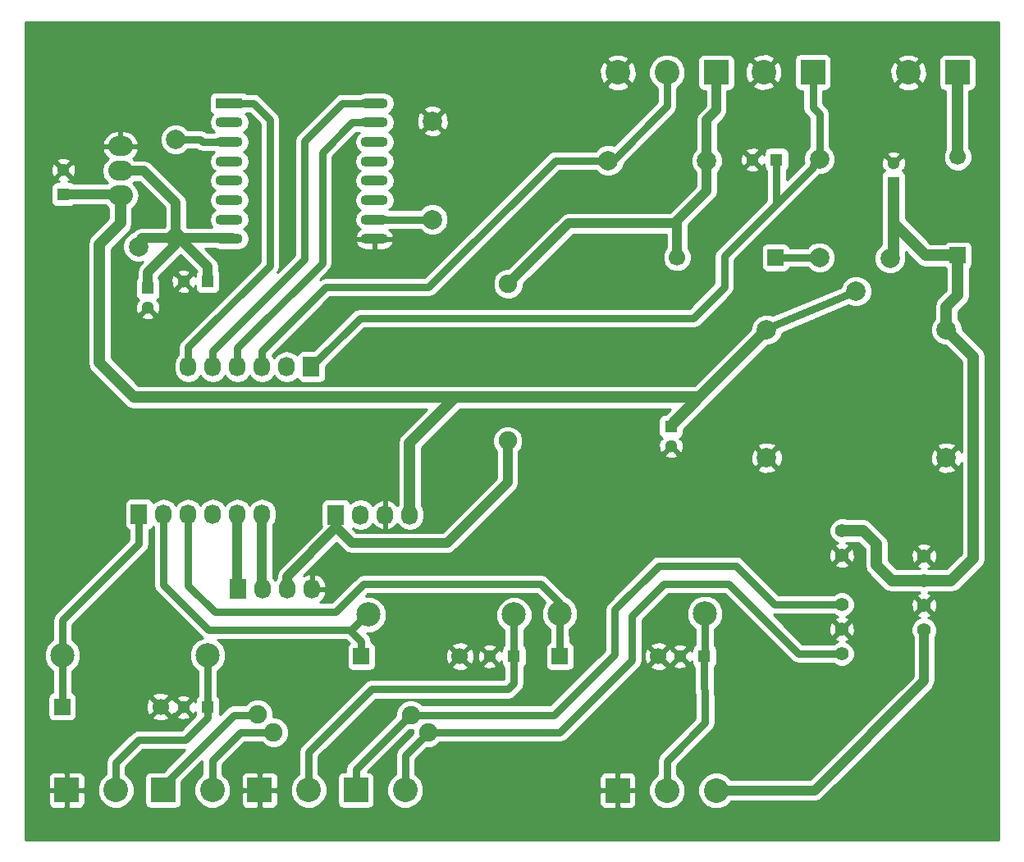
<source format=gbr>
G04 #@! TF.FileFunction,Copper,L2,Bot,Signal*
%FSLAX46Y46*%
G04 Gerber Fmt 4.6, Leading zero omitted, Abs format (unit mm)*
G04 Created by KiCad (PCBNEW 4.0.2+dfsg1-stable) date mié 17 may 2017 11:05:43 CEST*
%MOMM*%
G01*
G04 APERTURE LIST*
%ADD10C,0.100000*%
%ADD11C,1.699260*%
%ADD12R,1.699260X1.699260*%
%ADD13R,1.300000X1.300000*%
%ADD14C,1.300000*%
%ADD15R,2.540000X2.540000*%
%ADD16C,2.540000*%
%ADD17C,1.998980*%
%ADD18C,1.400000*%
%ADD19C,2.000000*%
%ADD20R,1.727200X2.032000*%
%ADD21O,1.727200X2.032000*%
%ADD22O,2.540000X2.032000*%
%ADD23C,2.500000*%
%ADD24R,2.800000X1.100000*%
%ADD25O,2.800000X1.100000*%
%ADD26C,1.900000*%
%ADD27C,0.800000*%
%ADD28C,1.200000*%
%ADD29C,1.000000*%
%ADD30C,0.254000*%
G04 APERTURE END LIST*
D10*
D11*
X134110520Y-109797460D03*
D12*
X123950520Y-109797460D03*
D11*
X185497460Y-58239480D03*
D12*
X185497460Y-68399480D03*
D11*
X103235520Y-114997460D03*
D12*
X93075520Y-114997460D03*
D13*
X108100000Y-115050000D03*
D14*
X105600000Y-115050000D03*
D13*
X139700000Y-109800000D03*
D14*
X137200000Y-109800000D03*
D13*
X159350000Y-109800000D03*
D14*
X156850000Y-109800000D03*
D13*
X166800000Y-58525000D03*
D14*
X164300000Y-58525000D03*
D11*
X154610520Y-109797460D03*
D12*
X144450520Y-109797460D03*
D15*
X170540000Y-49500000D03*
D16*
X165460000Y-49500000D03*
D15*
X185465000Y-49525000D03*
D16*
X180385000Y-49525000D03*
D15*
X160580000Y-49525000D03*
D16*
X155500000Y-49525000D03*
X150420000Y-49525000D03*
D17*
X171225000Y-68625000D03*
X171225000Y-58465000D03*
X149425000Y-58625000D03*
X159585000Y-58625000D03*
D18*
X173525000Y-96825000D03*
X173525000Y-99365000D03*
X173525000Y-104445000D03*
X173525000Y-106985000D03*
X173525000Y-109525000D03*
X182010000Y-99435000D03*
X182010000Y-101975000D03*
X182010000Y-104515000D03*
X182010000Y-107055000D03*
D13*
X178875000Y-60900000D03*
D14*
X178875000Y-58900000D03*
D13*
X101900000Y-71800000D03*
D14*
X101900000Y-73800000D03*
D13*
X155900000Y-86100000D03*
D14*
X155900000Y-88100000D03*
D19*
X165777000Y-76096000D03*
X165777000Y-89304000D03*
X184319000Y-76096000D03*
X184319000Y-89304000D03*
D13*
X108100000Y-71100000D03*
D14*
X105600000Y-71100000D03*
D13*
X93200000Y-62100000D03*
D14*
X93200000Y-59600000D03*
D20*
X118792500Y-79902500D03*
D21*
X116252500Y-79902500D03*
X113712500Y-79902500D03*
X111172500Y-79902500D03*
X108632500Y-79902500D03*
X106092500Y-79902500D03*
D20*
X111225000Y-102850000D03*
D21*
X113765000Y-102850000D03*
X116305000Y-102850000D03*
X118845000Y-102850000D03*
D20*
X121322500Y-95182500D03*
D21*
X123862500Y-95182500D03*
X126402500Y-95182500D03*
X128942500Y-95182500D03*
D20*
X101012500Y-95142500D03*
D21*
X103552500Y-95142500D03*
X106092500Y-95142500D03*
X108632500Y-95142500D03*
X111172500Y-95142500D03*
X113712500Y-95142500D03*
D17*
X178500000Y-68700000D03*
X100950000Y-67500000D03*
X175000000Y-72100000D03*
D11*
X156539480Y-68627540D03*
D12*
X166699480Y-68627540D03*
D17*
X131300000Y-64700000D03*
X131300000Y-54540000D03*
X104800000Y-66600000D03*
X104800000Y-56440000D03*
D22*
X99100000Y-59700000D03*
X99100000Y-57160000D03*
X99100000Y-62240000D03*
D15*
X150420000Y-123650000D03*
D16*
X155500000Y-123650000D03*
X160580000Y-123650000D03*
D15*
X103485000Y-123600000D03*
D16*
X108565000Y-123600000D03*
D15*
X93535000Y-123600000D03*
D16*
X98615000Y-123600000D03*
D15*
X123385000Y-123600000D03*
D16*
X128465000Y-123600000D03*
D15*
X113435000Y-123600000D03*
D16*
X118515000Y-123600000D03*
D23*
X93100000Y-109700000D03*
X108100000Y-109700000D03*
X124700000Y-105500000D03*
X139700000Y-105500000D03*
X144400000Y-105400000D03*
X159400000Y-105400000D03*
D24*
X110300000Y-52700000D03*
D25*
X110300000Y-54700000D03*
X110300000Y-56700000D03*
X110300000Y-58700000D03*
X110300000Y-60700000D03*
X110300000Y-62700000D03*
X110300000Y-64700000D03*
X110300000Y-66700000D03*
X125300000Y-66700000D03*
X125300000Y-64700000D03*
X125300000Y-62700000D03*
X125300000Y-60700000D03*
X125300000Y-58700000D03*
X125300000Y-56700000D03*
X125300000Y-54700000D03*
X125300000Y-52700000D03*
D26*
X139100000Y-71350000D03*
X139050000Y-87550000D03*
X113250000Y-115800000D03*
X129050000Y-115850000D03*
X130850000Y-117650000D03*
X114900000Y-117650000D03*
D27*
X108100000Y-109700000D02*
X108100000Y-115050000D01*
X108100000Y-115050000D02*
X108100000Y-116100000D01*
X98615000Y-120785000D02*
X98615000Y-123600000D01*
X101000000Y-118400000D02*
X98615000Y-120785000D01*
X105800000Y-118400000D02*
X101000000Y-118400000D01*
X108100000Y-116100000D02*
X105800000Y-118400000D01*
X108075000Y-115025000D02*
X108100000Y-115050000D01*
X139700000Y-109800000D02*
X139700000Y-112600000D01*
X118515000Y-119685000D02*
X118515000Y-123600000D01*
X125000000Y-113200000D02*
X118515000Y-119685000D01*
X139100000Y-113200000D02*
X125000000Y-113200000D01*
X139700000Y-112600000D02*
X139100000Y-113200000D01*
X139700000Y-105500000D02*
X139700000Y-109800000D01*
X159350000Y-109800000D02*
X159425000Y-116675000D01*
X155500000Y-120600000D02*
X155500000Y-123650000D01*
X159425000Y-116675000D02*
X155500000Y-120600000D01*
X159400000Y-105400000D02*
X159375000Y-109775000D01*
X159375000Y-109775000D02*
X159350000Y-109800000D01*
X124750000Y-54700000D02*
X123000000Y-54700000D01*
X111172500Y-77927500D02*
X111172500Y-79902500D01*
X119900000Y-69200000D02*
X111172500Y-77927500D01*
X119900000Y-57800000D02*
X119900000Y-69200000D01*
X123000000Y-54700000D02*
X119900000Y-57800000D01*
X124750000Y-52700000D02*
X122000000Y-52700000D01*
X108632500Y-78267500D02*
X108632500Y-79902500D01*
X118100000Y-68800000D02*
X108632500Y-78267500D01*
X118100000Y-56600000D02*
X118100000Y-68800000D01*
X122000000Y-52700000D02*
X118100000Y-56600000D01*
X110750000Y-56700000D02*
X107600000Y-56700000D01*
X107340000Y-56440000D02*
X104800000Y-56440000D01*
X107600000Y-56700000D02*
X107340000Y-56440000D01*
X124750000Y-64700000D02*
X131300000Y-64700000D01*
D28*
X173525000Y-96825000D02*
X175725000Y-96825000D01*
X178675000Y-101975000D02*
X182010000Y-101975000D01*
X177100000Y-100400000D02*
X178675000Y-101975000D01*
X177100000Y-98200000D02*
X177100000Y-100400000D01*
X175725000Y-96825000D02*
X177100000Y-98200000D01*
X184319000Y-76096000D02*
X184319000Y-76119000D01*
X184319000Y-76119000D02*
X187100000Y-78900000D01*
X184825000Y-101975000D02*
X182010000Y-101975000D01*
X187100000Y-99700000D02*
X184825000Y-101975000D01*
X187100000Y-78900000D02*
X187100000Y-99700000D01*
X178875000Y-65075000D02*
X178875000Y-68325000D01*
X178875000Y-68325000D02*
X178500000Y-68700000D01*
X178875000Y-60900000D02*
X178875000Y-65075000D01*
X182199480Y-68399480D02*
X185497460Y-68399480D01*
X178875000Y-65075000D02*
X182199480Y-68399480D01*
X185497460Y-68399480D02*
X185497460Y-72502540D01*
X184319000Y-73681000D02*
X184319000Y-76096000D01*
X185497460Y-72502540D02*
X184319000Y-73681000D01*
D29*
X104800000Y-66600000D02*
X105100000Y-66600000D01*
X105100000Y-66600000D02*
X108100000Y-69600000D01*
X108100000Y-69600000D02*
X108100000Y-71100000D01*
X104800000Y-66600000D02*
X104800000Y-67300000D01*
X104800000Y-67300000D02*
X101900000Y-70200000D01*
X101900000Y-70200000D02*
X101900000Y-71800000D01*
X104800000Y-66600000D02*
X110650000Y-66600000D01*
X110650000Y-66600000D02*
X110750000Y-66700000D01*
X100950000Y-67500000D02*
X100950000Y-67000000D01*
X100950000Y-67000000D02*
X101350000Y-66600000D01*
X101350000Y-66600000D02*
X104800000Y-66600000D01*
X99100000Y-59700000D02*
X101500000Y-59700000D01*
X104800000Y-63000000D02*
X104800000Y-66600000D01*
X101500000Y-59700000D02*
X104800000Y-63000000D01*
D27*
X108000000Y-71000000D02*
X108100000Y-71100000D01*
X104800000Y-66600000D02*
X104800000Y-67250000D01*
X110650000Y-66600000D02*
X110750000Y-66700000D01*
D28*
X155900000Y-86100000D02*
X155900000Y-85973000D01*
X155900000Y-85973000D02*
X158823000Y-83050000D01*
D27*
X175000000Y-72100000D02*
X165700000Y-76019000D01*
X165700000Y-76019000D02*
X165777000Y-76096000D01*
D29*
X93200000Y-62100000D02*
X98960000Y-62100000D01*
X98960000Y-62100000D02*
X99100000Y-62240000D01*
D28*
X155900000Y-83050000D02*
X158823000Y-83050000D01*
X158823000Y-83050000D02*
X165777000Y-76096000D01*
X128942500Y-95182500D02*
X128942500Y-87757500D01*
X133650000Y-83050000D02*
X133550000Y-83050000D01*
X128942500Y-87757500D02*
X133650000Y-83050000D01*
X99100000Y-62240000D02*
X99100000Y-65100000D01*
X100500000Y-83050000D02*
X133550000Y-83050000D01*
X133550000Y-83050000D02*
X155900000Y-83050000D01*
X96950000Y-79500000D02*
X100500000Y-83050000D01*
X96950000Y-67250000D02*
X96950000Y-79500000D01*
X99100000Y-65100000D02*
X96950000Y-67250000D01*
D29*
X121322500Y-96527500D02*
X121377500Y-96527500D01*
X145350000Y-65100000D02*
X156539480Y-65100000D01*
X139100000Y-71350000D02*
X145350000Y-65100000D01*
X139050000Y-91850000D02*
X139050000Y-87550000D01*
X132800000Y-98100000D02*
X139050000Y-91850000D01*
X122950000Y-98100000D02*
X132800000Y-98100000D01*
X121377500Y-96527500D02*
X122950000Y-98100000D01*
X121322500Y-95182500D02*
X121322500Y-96527500D01*
X116305000Y-101545000D02*
X116305000Y-102850000D01*
X121322500Y-96527500D02*
X116305000Y-101545000D01*
D27*
X156539480Y-68627540D02*
X156539480Y-68660520D01*
D29*
X156539480Y-68627540D02*
X156539480Y-65100000D01*
X156539480Y-65100000D02*
X156539480Y-64810520D01*
X156539480Y-64810520D02*
X159585000Y-61765000D01*
X159585000Y-61765000D02*
X159585000Y-58625000D01*
X160580000Y-49525000D02*
X160580000Y-53420000D01*
X160580000Y-53420000D02*
X159585000Y-54415000D01*
X159585000Y-54415000D02*
X159585000Y-58625000D01*
D27*
X155500000Y-49525000D02*
X155500000Y-53000000D01*
X155500000Y-53000000D02*
X149875000Y-58625000D01*
X149875000Y-58625000D02*
X149425000Y-58625000D01*
X149425000Y-58625000D02*
X143975000Y-58625000D01*
X113712500Y-78287500D02*
X113712500Y-79902500D01*
X120300000Y-71700000D02*
X113712500Y-78287500D01*
X130900000Y-71700000D02*
X120300000Y-71700000D01*
X143975000Y-58625000D02*
X130900000Y-71700000D01*
D29*
X111172500Y-95142500D02*
X111172500Y-102797500D01*
X111172500Y-102797500D02*
X111225000Y-102850000D01*
X113712500Y-95142500D02*
X113712500Y-102797500D01*
X113712500Y-102797500D02*
X113765000Y-102850000D01*
D27*
X110750000Y-52700000D02*
X112800000Y-52700000D01*
X106092500Y-77907500D02*
X106092500Y-79902500D01*
X114500000Y-69500000D02*
X106092500Y-77907500D01*
X114500000Y-54400000D02*
X114500000Y-69500000D01*
X112800000Y-52700000D02*
X114500000Y-54400000D01*
X166800000Y-63100000D02*
X170600000Y-59300000D01*
X170600000Y-59300000D02*
X170600000Y-59090000D01*
X170600000Y-59090000D02*
X171225000Y-58465000D01*
X170540000Y-49500000D02*
X170540000Y-53140000D01*
X170540000Y-53140000D02*
X171225000Y-53825000D01*
X171225000Y-53825000D02*
X171225000Y-58465000D01*
X171165000Y-58525000D02*
X171225000Y-58465000D01*
X166800000Y-58525000D02*
X166800000Y-62800000D01*
X166800000Y-62800000D02*
X166800000Y-63100000D01*
X123795000Y-74900000D02*
X118792500Y-79902500D01*
X158200000Y-74900000D02*
X123795000Y-74900000D01*
X161400000Y-71700000D02*
X158200000Y-74900000D01*
X161400000Y-68500000D02*
X161400000Y-71700000D01*
X166800000Y-63100000D02*
X161400000Y-68500000D01*
X93100000Y-109700000D02*
X93100000Y-114972980D01*
X93100000Y-114972980D02*
X93075520Y-114997460D01*
X101012500Y-95142500D02*
X101012500Y-98187500D01*
X93100000Y-106100000D02*
X93100000Y-109700000D01*
X101012500Y-98187500D02*
X93100000Y-106100000D01*
X93075000Y-114996940D02*
X93075520Y-114997460D01*
X124700000Y-105500000D02*
X124500000Y-105500000D01*
X124500000Y-105500000D02*
X122850000Y-107150000D01*
X122850000Y-107050000D02*
X122850000Y-107150000D01*
X123950520Y-108250520D02*
X123950520Y-109797460D01*
X122850000Y-107150000D02*
X123950520Y-108250520D01*
X103552500Y-95142500D02*
X103552500Y-102452500D01*
X108150000Y-107050000D02*
X122850000Y-107050000D01*
X103552500Y-102452500D02*
X108150000Y-107050000D01*
X106092500Y-95142500D02*
X106092500Y-102492500D01*
X144450000Y-104300000D02*
X144400000Y-105400000D01*
X142500000Y-102350000D02*
X144450000Y-104300000D01*
X124200000Y-102350000D02*
X142500000Y-102350000D01*
X121300000Y-105250000D02*
X124200000Y-102350000D01*
X108850000Y-105250000D02*
X121300000Y-105250000D01*
X106092500Y-102492500D02*
X108850000Y-105250000D01*
X144400000Y-105400000D02*
X144450000Y-109796940D01*
X144450000Y-109796940D02*
X144450520Y-109797460D01*
X166699480Y-68627540D02*
X171222460Y-68627540D01*
X171222460Y-68627540D02*
X171225000Y-68625000D01*
D28*
X185465000Y-49525000D02*
X185465000Y-58207020D01*
X185465000Y-58207020D02*
X185497460Y-58239480D01*
D29*
X182010000Y-107055000D02*
X182010000Y-112340000D01*
X170700000Y-123650000D02*
X160580000Y-123650000D01*
X182010000Y-112340000D02*
X170700000Y-123650000D01*
D27*
X129050000Y-115850000D02*
X129000000Y-115850000D01*
X123385000Y-121465000D02*
X123385000Y-123600000D01*
X129000000Y-115850000D02*
X123385000Y-121465000D01*
X173525000Y-104445000D02*
X166595000Y-104445000D01*
X110800000Y-115850000D02*
X103485000Y-123165000D01*
X113200000Y-115850000D02*
X110800000Y-115850000D01*
X113250000Y-115800000D02*
X113200000Y-115850000D01*
X143850000Y-115850000D02*
X129050000Y-115850000D01*
X150100000Y-109600000D02*
X143850000Y-115850000D01*
X150100000Y-105000000D02*
X150100000Y-109600000D01*
X154650000Y-100450000D02*
X150100000Y-105000000D01*
X162600000Y-100450000D02*
X154650000Y-100450000D01*
X166595000Y-104445000D02*
X162600000Y-100450000D01*
X103485000Y-123165000D02*
X103485000Y-123600000D01*
X173525000Y-109525000D02*
X169075000Y-109525000D01*
X144450000Y-117650000D02*
X130850000Y-117650000D01*
X151900000Y-110200000D02*
X144450000Y-117650000D01*
X151900000Y-105600000D02*
X151900000Y-110200000D01*
X155200000Y-102300000D02*
X151900000Y-105600000D01*
X161850000Y-102300000D02*
X155200000Y-102300000D01*
X169075000Y-109525000D02*
X161850000Y-102300000D01*
X130850000Y-117650000D02*
X128500000Y-120000000D01*
X128500000Y-120000000D02*
X128500000Y-123565000D01*
X128500000Y-123565000D02*
X128465000Y-123600000D01*
X108565000Y-123600000D02*
X108565000Y-120535000D01*
X111450000Y-117650000D02*
X114900000Y-117650000D01*
X108565000Y-120535000D02*
X111450000Y-117650000D01*
D30*
G36*
X189690000Y-128790000D02*
X89310000Y-128790000D01*
X89310000Y-123885750D01*
X91630000Y-123885750D01*
X91630000Y-124996310D01*
X91726673Y-125229699D01*
X91905302Y-125408327D01*
X92138691Y-125505000D01*
X93249250Y-125505000D01*
X93408000Y-125346250D01*
X93408000Y-123727000D01*
X93662000Y-123727000D01*
X93662000Y-125346250D01*
X93820750Y-125505000D01*
X94931309Y-125505000D01*
X95164698Y-125408327D01*
X95343327Y-125229699D01*
X95440000Y-124996310D01*
X95440000Y-123885750D01*
X95281250Y-123727000D01*
X93662000Y-123727000D01*
X93408000Y-123727000D01*
X91788750Y-123727000D01*
X91630000Y-123885750D01*
X89310000Y-123885750D01*
X89310000Y-122203690D01*
X91630000Y-122203690D01*
X91630000Y-123314250D01*
X91788750Y-123473000D01*
X93408000Y-123473000D01*
X93408000Y-121853750D01*
X93662000Y-121853750D01*
X93662000Y-123473000D01*
X95281250Y-123473000D01*
X95440000Y-123314250D01*
X95440000Y-122203690D01*
X95343327Y-121970301D01*
X95164698Y-121791673D01*
X94931309Y-121695000D01*
X93820750Y-121695000D01*
X93662000Y-121853750D01*
X93408000Y-121853750D01*
X93249250Y-121695000D01*
X92138691Y-121695000D01*
X91905302Y-121791673D01*
X91726673Y-121970301D01*
X91630000Y-122203690D01*
X89310000Y-122203690D01*
X89310000Y-110073305D01*
X91214674Y-110073305D01*
X91501043Y-110766372D01*
X92030839Y-111297093D01*
X92065000Y-111311278D01*
X92065000Y-113530664D01*
X91990573Y-113544668D01*
X91774449Y-113683740D01*
X91629459Y-113895940D01*
X91578450Y-114147830D01*
X91578450Y-115847090D01*
X91622728Y-116082407D01*
X91761800Y-116298531D01*
X91974000Y-116443521D01*
X92225890Y-116494530D01*
X93925150Y-116494530D01*
X94160467Y-116450252D01*
X94376591Y-116311180D01*
X94521581Y-116098980D01*
X94533291Y-116041150D01*
X102371435Y-116041150D01*
X102451662Y-116292413D01*
X103006887Y-116493810D01*
X103596919Y-116467401D01*
X104019378Y-116292413D01*
X104099605Y-116041150D01*
X104007471Y-115949016D01*
X104880590Y-115949016D01*
X104936271Y-116179611D01*
X105419078Y-116347622D01*
X105929428Y-116318083D01*
X106263729Y-116179611D01*
X106319410Y-115949016D01*
X105600000Y-115229605D01*
X104880590Y-115949016D01*
X104007471Y-115949016D01*
X103235520Y-115177065D01*
X102371435Y-116041150D01*
X94533291Y-116041150D01*
X94572590Y-115847090D01*
X94572590Y-114768827D01*
X101739170Y-114768827D01*
X101765579Y-115358859D01*
X101940567Y-115781318D01*
X102191830Y-115861545D01*
X103055915Y-114997460D01*
X103415125Y-114997460D01*
X104279210Y-115861545D01*
X104530473Y-115781318D01*
X104548176Y-115732512D01*
X104700984Y-115769410D01*
X105420395Y-115050000D01*
X104700984Y-114330590D01*
X104590029Y-114357382D01*
X104530473Y-114213602D01*
X104334360Y-114150984D01*
X104880590Y-114150984D01*
X105600000Y-114870395D01*
X106319410Y-114150984D01*
X106263729Y-113920389D01*
X105780922Y-113752378D01*
X105270572Y-113781917D01*
X104936271Y-113920389D01*
X104880590Y-114150984D01*
X104334360Y-114150984D01*
X104279210Y-114133375D01*
X103415125Y-114997460D01*
X103055915Y-114997460D01*
X102191830Y-114133375D01*
X101940567Y-114213602D01*
X101739170Y-114768827D01*
X94572590Y-114768827D01*
X94572590Y-114147830D01*
X94536076Y-113953770D01*
X102371435Y-113953770D01*
X103235520Y-114817855D01*
X104099605Y-113953770D01*
X104019378Y-113702507D01*
X103464153Y-113501110D01*
X102874121Y-113527519D01*
X102451662Y-113702507D01*
X102371435Y-113953770D01*
X94536076Y-113953770D01*
X94528312Y-113912513D01*
X94389240Y-113696389D01*
X94177040Y-113551399D01*
X94135000Y-113542886D01*
X94135000Y-111311920D01*
X94166372Y-111298957D01*
X94697093Y-110769161D01*
X94984672Y-110076595D01*
X94985326Y-109326695D01*
X94698957Y-108633628D01*
X94169161Y-108102907D01*
X94135000Y-108088722D01*
X94135000Y-106528712D01*
X101744353Y-98919358D01*
X101744356Y-98919356D01*
X101968715Y-98583577D01*
X101992302Y-98465000D01*
X102047501Y-98187500D01*
X102047500Y-98187495D01*
X102047500Y-96773689D01*
X102111417Y-96761662D01*
X102327541Y-96622590D01*
X102472531Y-96410390D01*
X102480900Y-96369061D01*
X102492830Y-96386915D01*
X102517500Y-96403399D01*
X102517500Y-102452495D01*
X102517499Y-102452500D01*
X102596285Y-102848577D01*
X102820644Y-103184356D01*
X107418142Y-107781853D01*
X107418144Y-107781856D01*
X107566390Y-107880910D01*
X107033628Y-108101043D01*
X106502907Y-108630839D01*
X106215328Y-109323405D01*
X106214674Y-110073305D01*
X106501043Y-110766372D01*
X107030839Y-111297093D01*
X107065000Y-111311278D01*
X107065000Y-113893156D01*
X106998559Y-113935910D01*
X106853569Y-114148110D01*
X106802560Y-114400000D01*
X106802560Y-114562385D01*
X106729611Y-114386271D01*
X106499016Y-114330590D01*
X105779605Y-115050000D01*
X106499016Y-115769410D01*
X106729611Y-115713729D01*
X106802560Y-115504098D01*
X106802560Y-115700000D01*
X106839574Y-115896714D01*
X105371288Y-117365000D01*
X101000000Y-117365000D01*
X100603922Y-117443785D01*
X100469429Y-117533651D01*
X100268144Y-117668144D01*
X100268142Y-117668147D01*
X97883144Y-120053144D01*
X97658785Y-120388923D01*
X97579999Y-120785000D01*
X97580000Y-120785005D01*
X97580000Y-121966441D01*
X97537314Y-121984078D01*
X97000961Y-122519495D01*
X96710332Y-123219410D01*
X96709670Y-123977265D01*
X96999078Y-124677686D01*
X97534495Y-125214039D01*
X98234410Y-125504668D01*
X98992265Y-125505330D01*
X99692686Y-125215922D01*
X100229039Y-124680505D01*
X100519668Y-123980590D01*
X100520330Y-123222735D01*
X100230922Y-122522314D01*
X99695505Y-121985961D01*
X99650000Y-121967066D01*
X99650000Y-121213712D01*
X101428711Y-119435000D01*
X105751288Y-119435000D01*
X103503728Y-121682560D01*
X102215000Y-121682560D01*
X101979683Y-121726838D01*
X101763559Y-121865910D01*
X101618569Y-122078110D01*
X101567560Y-122330000D01*
X101567560Y-124870000D01*
X101611838Y-125105317D01*
X101750910Y-125321441D01*
X101963110Y-125466431D01*
X102215000Y-125517440D01*
X104755000Y-125517440D01*
X104990317Y-125473162D01*
X105206441Y-125334090D01*
X105351431Y-125121890D01*
X105402440Y-124870000D01*
X105402440Y-122711272D01*
X107530000Y-120583712D01*
X107530000Y-121966441D01*
X107487314Y-121984078D01*
X106950961Y-122519495D01*
X106660332Y-123219410D01*
X106659670Y-123977265D01*
X106949078Y-124677686D01*
X107484495Y-125214039D01*
X108184410Y-125504668D01*
X108942265Y-125505330D01*
X109642686Y-125215922D01*
X110179039Y-124680505D01*
X110469668Y-123980590D01*
X110469750Y-123885750D01*
X111530000Y-123885750D01*
X111530000Y-124996310D01*
X111626673Y-125229699D01*
X111805302Y-125408327D01*
X112038691Y-125505000D01*
X113149250Y-125505000D01*
X113308000Y-125346250D01*
X113308000Y-123727000D01*
X113562000Y-123727000D01*
X113562000Y-125346250D01*
X113720750Y-125505000D01*
X114831309Y-125505000D01*
X115064698Y-125408327D01*
X115243327Y-125229699D01*
X115340000Y-124996310D01*
X115340000Y-123977265D01*
X116609670Y-123977265D01*
X116899078Y-124677686D01*
X117434495Y-125214039D01*
X118134410Y-125504668D01*
X118892265Y-125505330D01*
X119592686Y-125215922D01*
X120129039Y-124680505D01*
X120419668Y-123980590D01*
X120420330Y-123222735D01*
X120130922Y-122522314D01*
X119938944Y-122330000D01*
X121467560Y-122330000D01*
X121467560Y-124870000D01*
X121511838Y-125105317D01*
X121650910Y-125321441D01*
X121863110Y-125466431D01*
X122115000Y-125517440D01*
X124655000Y-125517440D01*
X124890317Y-125473162D01*
X125106441Y-125334090D01*
X125251431Y-125121890D01*
X125302440Y-124870000D01*
X125302440Y-122330000D01*
X125258162Y-122094683D01*
X125119090Y-121878559D01*
X124906890Y-121733569D01*
X124655000Y-121682560D01*
X124631152Y-121682560D01*
X128878860Y-117434851D01*
X129265187Y-117435189D01*
X129264893Y-117771395D01*
X127768144Y-119268144D01*
X127543785Y-119603923D01*
X127464999Y-120000000D01*
X127465000Y-120000005D01*
X127465000Y-121951979D01*
X127387314Y-121984078D01*
X126850961Y-122519495D01*
X126560332Y-123219410D01*
X126559670Y-123977265D01*
X126849078Y-124677686D01*
X127384495Y-125214039D01*
X128084410Y-125504668D01*
X128842265Y-125505330D01*
X129542686Y-125215922D01*
X130079039Y-124680505D01*
X130369668Y-123980590D01*
X130369707Y-123935750D01*
X148515000Y-123935750D01*
X148515000Y-125046310D01*
X148611673Y-125279699D01*
X148790302Y-125458327D01*
X149023691Y-125555000D01*
X150134250Y-125555000D01*
X150293000Y-125396250D01*
X150293000Y-123777000D01*
X150547000Y-123777000D01*
X150547000Y-125396250D01*
X150705750Y-125555000D01*
X151816309Y-125555000D01*
X152049698Y-125458327D01*
X152228327Y-125279699D01*
X152325000Y-125046310D01*
X152325000Y-124027265D01*
X153594670Y-124027265D01*
X153884078Y-124727686D01*
X154419495Y-125264039D01*
X155119410Y-125554668D01*
X155877265Y-125555330D01*
X156577686Y-125265922D01*
X157114039Y-124730505D01*
X157404668Y-124030590D01*
X157404670Y-124027265D01*
X158674670Y-124027265D01*
X158964078Y-124727686D01*
X159499495Y-125264039D01*
X160199410Y-125554668D01*
X160957265Y-125555330D01*
X161657686Y-125265922D01*
X162139449Y-124785000D01*
X170700000Y-124785000D01*
X171134346Y-124698603D01*
X171502566Y-124452566D01*
X182812566Y-113142566D01*
X183058603Y-112774346D01*
X183145000Y-112340000D01*
X183145000Y-107802807D01*
X183344768Y-107321713D01*
X183345231Y-106790617D01*
X183142418Y-106299771D01*
X182767204Y-105923902D01*
X182448788Y-105791684D01*
X182703831Y-105686042D01*
X182765669Y-105450275D01*
X182010000Y-104694605D01*
X181254331Y-105450275D01*
X181316169Y-105686042D01*
X181592111Y-105783196D01*
X181254771Y-105922582D01*
X180878902Y-106297796D01*
X180675232Y-106788287D01*
X180674769Y-107319383D01*
X180875000Y-107803980D01*
X180875000Y-111869868D01*
X170229868Y-122515000D01*
X162138708Y-122515000D01*
X161660505Y-122035961D01*
X160960590Y-121745332D01*
X160202735Y-121744670D01*
X159502314Y-122034078D01*
X158965961Y-122569495D01*
X158675332Y-123269410D01*
X158674670Y-124027265D01*
X157404670Y-124027265D01*
X157405330Y-123272735D01*
X157115922Y-122572314D01*
X156580505Y-122035961D01*
X156535000Y-122017066D01*
X156535000Y-121028712D01*
X160156855Y-117406856D01*
X160160048Y-117402077D01*
X160164796Y-117398829D01*
X160272133Y-117234330D01*
X160381215Y-117071078D01*
X160382337Y-117065439D01*
X160385479Y-117060623D01*
X160421678Y-116867662D01*
X160460001Y-116675000D01*
X160458879Y-116669357D01*
X160459938Y-116663710D01*
X160397593Y-110948740D01*
X160451441Y-110914090D01*
X160596431Y-110701890D01*
X160647440Y-110450000D01*
X160647440Y-109150000D01*
X160603162Y-108914683D01*
X160464090Y-108698559D01*
X160416354Y-108665943D01*
X160425784Y-107015728D01*
X160466372Y-106998957D01*
X160997093Y-106469161D01*
X161284672Y-105776595D01*
X161285326Y-105026695D01*
X160998957Y-104333628D01*
X160469161Y-103802907D01*
X159776595Y-103515328D01*
X159026695Y-103514674D01*
X158333628Y-103801043D01*
X157802907Y-104330839D01*
X157515328Y-105023405D01*
X157514674Y-105773305D01*
X157801043Y-106466372D01*
X158330839Y-106997093D01*
X158355798Y-107007457D01*
X158346567Y-108622844D01*
X158248559Y-108685910D01*
X158103569Y-108898110D01*
X158052560Y-109150000D01*
X158052560Y-109312385D01*
X157979611Y-109136271D01*
X157749016Y-109080590D01*
X157029605Y-109800000D01*
X157749016Y-110519410D01*
X157979611Y-110463729D01*
X158052560Y-110254098D01*
X158052560Y-110450000D01*
X158096838Y-110685317D01*
X158235910Y-110901441D01*
X158327638Y-110964116D01*
X158385313Y-116250976D01*
X154768144Y-119868144D01*
X154543785Y-120203923D01*
X154464999Y-120600000D01*
X154465000Y-120600005D01*
X154465000Y-122016441D01*
X154422314Y-122034078D01*
X153885961Y-122569495D01*
X153595332Y-123269410D01*
X153594670Y-124027265D01*
X152325000Y-124027265D01*
X152325000Y-123935750D01*
X152166250Y-123777000D01*
X150547000Y-123777000D01*
X150293000Y-123777000D01*
X148673750Y-123777000D01*
X148515000Y-123935750D01*
X130369707Y-123935750D01*
X130370330Y-123222735D01*
X130080922Y-122522314D01*
X129812767Y-122253690D01*
X148515000Y-122253690D01*
X148515000Y-123364250D01*
X148673750Y-123523000D01*
X150293000Y-123523000D01*
X150293000Y-121903750D01*
X150547000Y-121903750D01*
X150547000Y-123523000D01*
X152166250Y-123523000D01*
X152325000Y-123364250D01*
X152325000Y-122253690D01*
X152228327Y-122020301D01*
X152049698Y-121841673D01*
X151816309Y-121745000D01*
X150705750Y-121745000D01*
X150547000Y-121903750D01*
X150293000Y-121903750D01*
X150134250Y-121745000D01*
X149023691Y-121745000D01*
X148790302Y-121841673D01*
X148611673Y-122020301D01*
X148515000Y-122253690D01*
X129812767Y-122253690D01*
X129545505Y-121985961D01*
X129535000Y-121981599D01*
X129535000Y-120428712D01*
X130728817Y-119234895D01*
X131163893Y-119235275D01*
X131746657Y-118994481D01*
X132056679Y-118685000D01*
X144449995Y-118685000D01*
X144450000Y-118685001D01*
X144846077Y-118606215D01*
X145181856Y-118381856D01*
X152631853Y-110931858D01*
X152631856Y-110931856D01*
X152692463Y-110841150D01*
X153746435Y-110841150D01*
X153826662Y-111092413D01*
X154381887Y-111293810D01*
X154971919Y-111267401D01*
X155394378Y-111092413D01*
X155474605Y-110841150D01*
X155332471Y-110699016D01*
X156130590Y-110699016D01*
X156186271Y-110929611D01*
X156669078Y-111097622D01*
X157179428Y-111068083D01*
X157513729Y-110929611D01*
X157569410Y-110699016D01*
X156850000Y-109979605D01*
X156130590Y-110699016D01*
X155332471Y-110699016D01*
X154610520Y-109977065D01*
X153746435Y-110841150D01*
X152692463Y-110841150D01*
X152856215Y-110596077D01*
X152867952Y-110537070D01*
X152935001Y-110200000D01*
X152935000Y-110199995D01*
X152935000Y-109568827D01*
X153114170Y-109568827D01*
X153140579Y-110158859D01*
X153315567Y-110581318D01*
X153566830Y-110661545D01*
X154430915Y-109797460D01*
X154790125Y-109797460D01*
X155654210Y-110661545D01*
X155905473Y-110581318D01*
X155929786Y-110514291D01*
X155950984Y-110519410D01*
X156670395Y-109800000D01*
X155950984Y-109080590D01*
X155934835Y-109084489D01*
X155905473Y-109013602D01*
X155654210Y-108933375D01*
X154790125Y-109797460D01*
X154430915Y-109797460D01*
X153566830Y-108933375D01*
X153315567Y-109013602D01*
X153114170Y-109568827D01*
X152935000Y-109568827D01*
X152935000Y-108753770D01*
X153746435Y-108753770D01*
X154610520Y-109617855D01*
X155327391Y-108900984D01*
X156130590Y-108900984D01*
X156850000Y-109620395D01*
X157569410Y-108900984D01*
X157513729Y-108670389D01*
X157030922Y-108502378D01*
X156520572Y-108531917D01*
X156186271Y-108670389D01*
X156130590Y-108900984D01*
X155327391Y-108900984D01*
X155474605Y-108753770D01*
X155394378Y-108502507D01*
X154839153Y-108301110D01*
X154249121Y-108327519D01*
X153826662Y-108502507D01*
X153746435Y-108753770D01*
X152935000Y-108753770D01*
X152935000Y-106028712D01*
X155628711Y-103335000D01*
X161421288Y-103335000D01*
X168343144Y-110256856D01*
X168678923Y-110481215D01*
X169075000Y-110560001D01*
X169075005Y-110560000D01*
X172671865Y-110560000D01*
X172767796Y-110656098D01*
X173258287Y-110859768D01*
X173789383Y-110860231D01*
X174280229Y-110657418D01*
X174656098Y-110282204D01*
X174859768Y-109791713D01*
X174860231Y-109260617D01*
X174657418Y-108769771D01*
X174282204Y-108393902D01*
X173963788Y-108261684D01*
X174218831Y-108156042D01*
X174280669Y-107920275D01*
X173525000Y-107164605D01*
X172769331Y-107920275D01*
X172831169Y-108156042D01*
X173107111Y-108253196D01*
X172769771Y-108392582D01*
X172672183Y-108490000D01*
X169503712Y-108490000D01*
X167805834Y-106792122D01*
X172177581Y-106792122D01*
X172206336Y-107322440D01*
X172353958Y-107678831D01*
X172589725Y-107740669D01*
X173345395Y-106985000D01*
X173704605Y-106985000D01*
X174460275Y-107740669D01*
X174696042Y-107678831D01*
X174872419Y-107177878D01*
X174843664Y-106647560D01*
X174696042Y-106291169D01*
X174460275Y-106229331D01*
X173704605Y-106985000D01*
X173345395Y-106985000D01*
X172589725Y-106229331D01*
X172353958Y-106291169D01*
X172177581Y-106792122D01*
X167805834Y-106792122D01*
X166468563Y-105454851D01*
X166595000Y-105480001D01*
X166595005Y-105480000D01*
X172671865Y-105480000D01*
X172767796Y-105576098D01*
X173086212Y-105708316D01*
X172831169Y-105813958D01*
X172769331Y-106049725D01*
X173525000Y-106805395D01*
X174280669Y-106049725D01*
X174218831Y-105813958D01*
X173942889Y-105716804D01*
X174280229Y-105577418D01*
X174656098Y-105202204D01*
X174859768Y-104711713D01*
X174860107Y-104322122D01*
X180662581Y-104322122D01*
X180691336Y-104852440D01*
X180838958Y-105208831D01*
X181074725Y-105270669D01*
X181830395Y-104515000D01*
X182189605Y-104515000D01*
X182945275Y-105270669D01*
X183181042Y-105208831D01*
X183357419Y-104707878D01*
X183328664Y-104177560D01*
X183181042Y-103821169D01*
X182945275Y-103759331D01*
X182189605Y-104515000D01*
X181830395Y-104515000D01*
X181074725Y-103759331D01*
X180838958Y-103821169D01*
X180662581Y-104322122D01*
X174860107Y-104322122D01*
X174860231Y-104180617D01*
X174657418Y-103689771D01*
X174282204Y-103313902D01*
X173791713Y-103110232D01*
X173260617Y-103109769D01*
X172769771Y-103312582D01*
X172672183Y-103410000D01*
X167023711Y-103410000D01*
X163913987Y-100300275D01*
X172769331Y-100300275D01*
X172831169Y-100536042D01*
X173332122Y-100712419D01*
X173862440Y-100683664D01*
X174218831Y-100536042D01*
X174280669Y-100300275D01*
X173525000Y-99544605D01*
X172769331Y-100300275D01*
X163913987Y-100300275D01*
X163331856Y-99718144D01*
X162996077Y-99493785D01*
X162600000Y-99414999D01*
X162599995Y-99415000D01*
X154650005Y-99415000D01*
X154650000Y-99414999D01*
X154253923Y-99493785D01*
X153918144Y-99718144D01*
X153918142Y-99718147D01*
X149368144Y-104268144D01*
X149143785Y-104603923D01*
X149064999Y-105000000D01*
X149065000Y-105000005D01*
X149065000Y-109171289D01*
X143421288Y-114815000D01*
X130256379Y-114815000D01*
X129949003Y-114507086D01*
X129366659Y-114265276D01*
X128736107Y-114264725D01*
X128153343Y-114505519D01*
X127707086Y-114950997D01*
X127465276Y-115533341D01*
X127464937Y-115921352D01*
X122653144Y-120733144D01*
X122428785Y-121068923D01*
X122349999Y-121465000D01*
X122350000Y-121465005D01*
X122350000Y-121682560D01*
X122115000Y-121682560D01*
X121879683Y-121726838D01*
X121663559Y-121865910D01*
X121518569Y-122078110D01*
X121467560Y-122330000D01*
X119938944Y-122330000D01*
X119595505Y-121985961D01*
X119550000Y-121967066D01*
X119550000Y-120113712D01*
X125428711Y-114235000D01*
X139099995Y-114235000D01*
X139100000Y-114235001D01*
X139496077Y-114156215D01*
X139831856Y-113931856D01*
X140431853Y-113331858D01*
X140431856Y-113331856D01*
X140656215Y-112996077D01*
X140694437Y-112803923D01*
X140735001Y-112600000D01*
X140735000Y-112599995D01*
X140735000Y-110956844D01*
X140801441Y-110914090D01*
X140946431Y-110701890D01*
X140997440Y-110450000D01*
X140997440Y-109150000D01*
X140953162Y-108914683D01*
X140814090Y-108698559D01*
X140735000Y-108644519D01*
X140735000Y-107111920D01*
X140766372Y-107098957D01*
X141297093Y-106569161D01*
X141584672Y-105876595D01*
X141585326Y-105126695D01*
X141298957Y-104433628D01*
X140769161Y-103902907D01*
X140076595Y-103615328D01*
X139326695Y-103614674D01*
X138633628Y-103901043D01*
X138102907Y-104430839D01*
X137815328Y-105123405D01*
X137814674Y-105873305D01*
X138101043Y-106566372D01*
X138630839Y-107097093D01*
X138665000Y-107111278D01*
X138665000Y-108643156D01*
X138598559Y-108685910D01*
X138453569Y-108898110D01*
X138402560Y-109150000D01*
X138402560Y-109312385D01*
X138329611Y-109136271D01*
X138099016Y-109080590D01*
X137379605Y-109800000D01*
X138099016Y-110519410D01*
X138329611Y-110463729D01*
X138402560Y-110254098D01*
X138402560Y-110450000D01*
X138446838Y-110685317D01*
X138585910Y-110901441D01*
X138665000Y-110955481D01*
X138665000Y-112165000D01*
X125000005Y-112165000D01*
X125000000Y-112164999D01*
X124603923Y-112243785D01*
X124268144Y-112468144D01*
X124268142Y-112468147D01*
X117783144Y-118953144D01*
X117558785Y-119288923D01*
X117479999Y-119685000D01*
X117480000Y-119685005D01*
X117480000Y-121966441D01*
X117437314Y-121984078D01*
X116900961Y-122519495D01*
X116610332Y-123219410D01*
X116609670Y-123977265D01*
X115340000Y-123977265D01*
X115340000Y-123885750D01*
X115181250Y-123727000D01*
X113562000Y-123727000D01*
X113308000Y-123727000D01*
X111688750Y-123727000D01*
X111530000Y-123885750D01*
X110469750Y-123885750D01*
X110470330Y-123222735D01*
X110180922Y-122522314D01*
X109862855Y-122203690D01*
X111530000Y-122203690D01*
X111530000Y-123314250D01*
X111688750Y-123473000D01*
X113308000Y-123473000D01*
X113308000Y-121853750D01*
X113562000Y-121853750D01*
X113562000Y-123473000D01*
X115181250Y-123473000D01*
X115340000Y-123314250D01*
X115340000Y-122203690D01*
X115243327Y-121970301D01*
X115064698Y-121791673D01*
X114831309Y-121695000D01*
X113720750Y-121695000D01*
X113562000Y-121853750D01*
X113308000Y-121853750D01*
X113149250Y-121695000D01*
X112038691Y-121695000D01*
X111805302Y-121791673D01*
X111626673Y-121970301D01*
X111530000Y-122203690D01*
X109862855Y-122203690D01*
X109645505Y-121985961D01*
X109600000Y-121967066D01*
X109600000Y-120963712D01*
X111878711Y-118685000D01*
X113693621Y-118685000D01*
X114000997Y-118992914D01*
X114583341Y-119234724D01*
X115213893Y-119235275D01*
X115796657Y-118994481D01*
X116242914Y-118549003D01*
X116484724Y-117966659D01*
X116485275Y-117336107D01*
X116244481Y-116753343D01*
X115799003Y-116307086D01*
X115216659Y-116065276D01*
X114834769Y-116064942D01*
X114835275Y-115486107D01*
X114594481Y-114903343D01*
X114149003Y-114457086D01*
X113566659Y-114215276D01*
X112936107Y-114214725D01*
X112353343Y-114455519D01*
X111993233Y-114815000D01*
X110800005Y-114815000D01*
X110800000Y-114814999D01*
X110403922Y-114893785D01*
X110269429Y-114983651D01*
X110068144Y-115118144D01*
X110068142Y-115118147D01*
X109374879Y-115811410D01*
X109397440Y-115700000D01*
X109397440Y-114400000D01*
X109353162Y-114164683D01*
X109214090Y-113948559D01*
X109135000Y-113894519D01*
X109135000Y-111311920D01*
X109166372Y-111298957D01*
X109697093Y-110769161D01*
X109984672Y-110076595D01*
X109985326Y-109326695D01*
X109698957Y-108633628D01*
X109169161Y-108102907D01*
X109126036Y-108085000D01*
X122321288Y-108085000D01*
X122692394Y-108456106D01*
X122649449Y-108483740D01*
X122504459Y-108695940D01*
X122453450Y-108947830D01*
X122453450Y-110647090D01*
X122497728Y-110882407D01*
X122636800Y-111098531D01*
X122849000Y-111243521D01*
X123100890Y-111294530D01*
X124800150Y-111294530D01*
X125035467Y-111250252D01*
X125251591Y-111111180D01*
X125396581Y-110898980D01*
X125408291Y-110841150D01*
X133246435Y-110841150D01*
X133326662Y-111092413D01*
X133881887Y-111293810D01*
X134471919Y-111267401D01*
X134894378Y-111092413D01*
X134974605Y-110841150D01*
X134832471Y-110699016D01*
X136480590Y-110699016D01*
X136536271Y-110929611D01*
X137019078Y-111097622D01*
X137529428Y-111068083D01*
X137863729Y-110929611D01*
X137919410Y-110699016D01*
X137200000Y-109979605D01*
X136480590Y-110699016D01*
X134832471Y-110699016D01*
X134110520Y-109977065D01*
X133246435Y-110841150D01*
X125408291Y-110841150D01*
X125447590Y-110647090D01*
X125447590Y-109568827D01*
X132614170Y-109568827D01*
X132640579Y-110158859D01*
X132815567Y-110581318D01*
X133066830Y-110661545D01*
X133930915Y-109797460D01*
X134290125Y-109797460D01*
X135154210Y-110661545D01*
X135405473Y-110581318D01*
X135606870Y-110026093D01*
X135588653Y-109619078D01*
X135902378Y-109619078D01*
X135931917Y-110129428D01*
X136070389Y-110463729D01*
X136300984Y-110519410D01*
X137020395Y-109800000D01*
X136300984Y-109080590D01*
X136070389Y-109136271D01*
X135902378Y-109619078D01*
X135588653Y-109619078D01*
X135580461Y-109436061D01*
X135405473Y-109013602D01*
X135154210Y-108933375D01*
X134290125Y-109797460D01*
X133930915Y-109797460D01*
X133066830Y-108933375D01*
X132815567Y-109013602D01*
X132614170Y-109568827D01*
X125447590Y-109568827D01*
X125447590Y-108947830D01*
X125411076Y-108753770D01*
X133246435Y-108753770D01*
X134110520Y-109617855D01*
X134827391Y-108900984D01*
X136480590Y-108900984D01*
X137200000Y-109620395D01*
X137919410Y-108900984D01*
X137863729Y-108670389D01*
X137380922Y-108502378D01*
X136870572Y-108531917D01*
X136536271Y-108670389D01*
X136480590Y-108900984D01*
X134827391Y-108900984D01*
X134974605Y-108753770D01*
X134894378Y-108502507D01*
X134339153Y-108301110D01*
X133749121Y-108327519D01*
X133326662Y-108502507D01*
X133246435Y-108753770D01*
X125411076Y-108753770D01*
X125403312Y-108712513D01*
X125264240Y-108496389D01*
X125052040Y-108351399D01*
X124985520Y-108337928D01*
X124985520Y-108250520D01*
X124952596Y-108085000D01*
X124906735Y-107854442D01*
X124816869Y-107719949D01*
X124682376Y-107518664D01*
X124682373Y-107518662D01*
X124548579Y-107384868D01*
X125073305Y-107385326D01*
X125766372Y-107098957D01*
X126297093Y-106569161D01*
X126584672Y-105876595D01*
X126585326Y-105126695D01*
X126298957Y-104433628D01*
X125769161Y-103902907D01*
X125076595Y-103615328D01*
X124398974Y-103614737D01*
X124628711Y-103385000D01*
X142071288Y-103385000D01*
X142910111Y-104223822D01*
X142802907Y-104330839D01*
X142515328Y-105023405D01*
X142514674Y-105773305D01*
X142801043Y-106466372D01*
X143330839Y-106997093D01*
X143383342Y-107018894D01*
X143398348Y-108338501D01*
X143365573Y-108344668D01*
X143149449Y-108483740D01*
X143004459Y-108695940D01*
X142953450Y-108947830D01*
X142953450Y-110647090D01*
X142997728Y-110882407D01*
X143136800Y-111098531D01*
X143349000Y-111243521D01*
X143600890Y-111294530D01*
X145300150Y-111294530D01*
X145535467Y-111250252D01*
X145751591Y-111111180D01*
X145896581Y-110898980D01*
X145947590Y-110647090D01*
X145947590Y-108947830D01*
X145903312Y-108712513D01*
X145764240Y-108496389D01*
X145552040Y-108351399D01*
X145468436Y-108334469D01*
X145453311Y-107004354D01*
X145466372Y-106998957D01*
X145997093Y-106469161D01*
X146284672Y-105776595D01*
X146285326Y-105026695D01*
X145998957Y-104333628D01*
X145469161Y-103802907D01*
X145290953Y-103728908D01*
X145214333Y-103602131D01*
X145195112Y-103587985D01*
X145181855Y-103568144D01*
X143231856Y-101618144D01*
X142896077Y-101393785D01*
X142500000Y-101314999D01*
X142499995Y-101315000D01*
X124200000Y-101315000D01*
X123803922Y-101393785D01*
X123669429Y-101483651D01*
X123468144Y-101618144D01*
X123468142Y-101618147D01*
X120871288Y-104215000D01*
X119717416Y-104215000D01*
X119747036Y-104200732D01*
X120136954Y-103764320D01*
X120330184Y-103211913D01*
X120185924Y-102977000D01*
X118972000Y-102977000D01*
X118972000Y-102997000D01*
X118718000Y-102997000D01*
X118718000Y-102977000D01*
X118698000Y-102977000D01*
X118698000Y-102723000D01*
X118718000Y-102723000D01*
X118718000Y-101363783D01*
X118972000Y-101363783D01*
X118972000Y-102723000D01*
X120185924Y-102723000D01*
X120330184Y-102488087D01*
X120136954Y-101935680D01*
X119747036Y-101499268D01*
X119219791Y-101245291D01*
X119204026Y-101242642D01*
X118972000Y-101363783D01*
X118718000Y-101363783D01*
X118485974Y-101242642D01*
X118470209Y-101245291D01*
X117967854Y-101487278D01*
X121350000Y-98105132D01*
X122147434Y-98902566D01*
X122515654Y-99148603D01*
X122950000Y-99235000D01*
X132800000Y-99235000D01*
X133116108Y-99172122D01*
X172177581Y-99172122D01*
X172206336Y-99702440D01*
X172353958Y-100058831D01*
X172589725Y-100120669D01*
X173345395Y-99365000D01*
X173704605Y-99365000D01*
X174460275Y-100120669D01*
X174696042Y-100058831D01*
X174872419Y-99557878D01*
X174843664Y-99027560D01*
X174696042Y-98671169D01*
X174460275Y-98609331D01*
X173704605Y-99365000D01*
X173345395Y-99365000D01*
X172589725Y-98609331D01*
X172353958Y-98671169D01*
X172177581Y-99172122D01*
X133116108Y-99172122D01*
X133234346Y-99148603D01*
X133602566Y-98902566D01*
X135415749Y-97089383D01*
X172189769Y-97089383D01*
X172392582Y-97580229D01*
X172767796Y-97956098D01*
X173086212Y-98088316D01*
X172831169Y-98193958D01*
X172769331Y-98429725D01*
X173525000Y-99185395D01*
X174280669Y-98429725D01*
X174218831Y-98193958D01*
X173942889Y-98096804D01*
X174031961Y-98060000D01*
X175213446Y-98060000D01*
X175865000Y-98711554D01*
X175865000Y-100400000D01*
X175959009Y-100872614D01*
X176226723Y-101273277D01*
X177801723Y-102848277D01*
X178202386Y-103115991D01*
X178675000Y-103210000D01*
X181503019Y-103210000D01*
X181571212Y-103238316D01*
X181316169Y-103343958D01*
X181254331Y-103579725D01*
X182010000Y-104335395D01*
X182765669Y-103579725D01*
X182703831Y-103343958D01*
X182427889Y-103246804D01*
X182516961Y-103210000D01*
X184825000Y-103210000D01*
X185297614Y-103115991D01*
X185698277Y-102848277D01*
X187973277Y-100573277D01*
X188240991Y-100172614D01*
X188335000Y-99700000D01*
X188335000Y-78900000D01*
X188240991Y-78427386D01*
X187973277Y-78026723D01*
X185954079Y-76007525D01*
X185954284Y-75772205D01*
X185705894Y-75171057D01*
X185554000Y-75018897D01*
X185554000Y-74192554D01*
X186370737Y-73375817D01*
X186638451Y-72975154D01*
X186732460Y-72502540D01*
X186732460Y-69755716D01*
X186798531Y-69713200D01*
X186943521Y-69501000D01*
X186994530Y-69249110D01*
X186994530Y-67549850D01*
X186950252Y-67314533D01*
X186811180Y-67098409D01*
X186598980Y-66953419D01*
X186347090Y-66902410D01*
X184647830Y-66902410D01*
X184412513Y-66946688D01*
X184196389Y-67085760D01*
X184142602Y-67164480D01*
X182711034Y-67164480D01*
X180110000Y-64563446D01*
X180110000Y-61818620D01*
X180121431Y-61801890D01*
X180172440Y-61550000D01*
X180172440Y-60250000D01*
X180128162Y-60014683D01*
X179989090Y-59798559D01*
X179875671Y-59721063D01*
X179774018Y-59619410D01*
X180004611Y-59563729D01*
X180172622Y-59080922D01*
X180143083Y-58570572D01*
X180004611Y-58236271D01*
X179774016Y-58180590D01*
X179054605Y-58900000D01*
X179068748Y-58914142D01*
X178889142Y-59093748D01*
X178875000Y-59079605D01*
X178860858Y-59093748D01*
X178681252Y-58914142D01*
X178695395Y-58900000D01*
X177975984Y-58180590D01*
X177745389Y-58236271D01*
X177577378Y-58719078D01*
X177606917Y-59229428D01*
X177745389Y-59563729D01*
X177975982Y-59619410D01*
X177874320Y-59721072D01*
X177773559Y-59785910D01*
X177628569Y-59998110D01*
X177577560Y-60250000D01*
X177577560Y-61550000D01*
X177621838Y-61785317D01*
X177640000Y-61813542D01*
X177640000Y-67286823D01*
X177575345Y-67313538D01*
X177115154Y-67772927D01*
X176865794Y-68373453D01*
X176865226Y-69023694D01*
X177113538Y-69624655D01*
X177572927Y-70084846D01*
X178173453Y-70334206D01*
X178823694Y-70334774D01*
X179424655Y-70086462D01*
X179884846Y-69627073D01*
X180134206Y-69026547D01*
X180134774Y-68376306D01*
X180110000Y-68316348D01*
X180110000Y-68056554D01*
X181326203Y-69272757D01*
X181726866Y-69540471D01*
X182199480Y-69634480D01*
X184141224Y-69634480D01*
X184183740Y-69700551D01*
X184262460Y-69754338D01*
X184262460Y-71990986D01*
X183445723Y-72807723D01*
X183178009Y-73208386D01*
X183084000Y-73681000D01*
X183084000Y-75018621D01*
X182933722Y-75168637D01*
X182684284Y-75769352D01*
X182683716Y-76419795D01*
X182932106Y-77020943D01*
X183391637Y-77481278D01*
X183992352Y-77730716D01*
X184184330Y-77730884D01*
X185865000Y-79411554D01*
X185865000Y-88735407D01*
X185738387Y-88429736D01*
X185471532Y-88331073D01*
X184498605Y-89304000D01*
X185471532Y-90276927D01*
X185738387Y-90178264D01*
X185865000Y-89837461D01*
X185865000Y-99188446D01*
X184313446Y-100740000D01*
X182516981Y-100740000D01*
X182448788Y-100711684D01*
X182703831Y-100606042D01*
X182765669Y-100370275D01*
X182010000Y-99614605D01*
X181254331Y-100370275D01*
X181316169Y-100606042D01*
X181592111Y-100703196D01*
X181503039Y-100740000D01*
X179186554Y-100740000D01*
X178335000Y-99888446D01*
X178335000Y-99242122D01*
X180662581Y-99242122D01*
X180691336Y-99772440D01*
X180838958Y-100128831D01*
X181074725Y-100190669D01*
X181830395Y-99435000D01*
X182189605Y-99435000D01*
X182945275Y-100190669D01*
X183181042Y-100128831D01*
X183357419Y-99627878D01*
X183328664Y-99097560D01*
X183181042Y-98741169D01*
X182945275Y-98679331D01*
X182189605Y-99435000D01*
X181830395Y-99435000D01*
X181074725Y-98679331D01*
X180838958Y-98741169D01*
X180662581Y-99242122D01*
X178335000Y-99242122D01*
X178335000Y-98499725D01*
X181254331Y-98499725D01*
X182010000Y-99255395D01*
X182765669Y-98499725D01*
X182703831Y-98263958D01*
X182202878Y-98087581D01*
X181672560Y-98116336D01*
X181316169Y-98263958D01*
X181254331Y-98499725D01*
X178335000Y-98499725D01*
X178335000Y-98200000D01*
X178240991Y-97727386D01*
X177973277Y-97326723D01*
X176598277Y-95951723D01*
X176197614Y-95684009D01*
X175725000Y-95590000D01*
X174031981Y-95590000D01*
X173791713Y-95490232D01*
X173260617Y-95489769D01*
X172769771Y-95692582D01*
X172393902Y-96067796D01*
X172190232Y-96558287D01*
X172189769Y-97089383D01*
X135415749Y-97089383D01*
X139852566Y-92652566D01*
X140098603Y-92284346D01*
X140185000Y-91850000D01*
X140185000Y-90456532D01*
X164804073Y-90456532D01*
X164902736Y-90723387D01*
X165512461Y-90949908D01*
X166162460Y-90925856D01*
X166651264Y-90723387D01*
X166749927Y-90456532D01*
X183346073Y-90456532D01*
X183444736Y-90723387D01*
X184054461Y-90949908D01*
X184704460Y-90925856D01*
X185193264Y-90723387D01*
X185291927Y-90456532D01*
X184319000Y-89483605D01*
X183346073Y-90456532D01*
X166749927Y-90456532D01*
X165777000Y-89483605D01*
X164804073Y-90456532D01*
X140185000Y-90456532D01*
X140185000Y-88999016D01*
X155180590Y-88999016D01*
X155236271Y-89229611D01*
X155719078Y-89397622D01*
X156229428Y-89368083D01*
X156563729Y-89229611D01*
X156609643Y-89039461D01*
X164131092Y-89039461D01*
X164155144Y-89689460D01*
X164357613Y-90178264D01*
X164624468Y-90276927D01*
X165597395Y-89304000D01*
X165956605Y-89304000D01*
X166929532Y-90276927D01*
X167196387Y-90178264D01*
X167422908Y-89568539D01*
X167403331Y-89039461D01*
X182673092Y-89039461D01*
X182697144Y-89689460D01*
X182899613Y-90178264D01*
X183166468Y-90276927D01*
X184139395Y-89304000D01*
X183166468Y-88331073D01*
X182899613Y-88429736D01*
X182673092Y-89039461D01*
X167403331Y-89039461D01*
X167398856Y-88918540D01*
X167196387Y-88429736D01*
X166929532Y-88331073D01*
X165956605Y-89304000D01*
X165597395Y-89304000D01*
X164624468Y-88331073D01*
X164357613Y-88429736D01*
X164131092Y-89039461D01*
X156609643Y-89039461D01*
X156619410Y-88999016D01*
X155900000Y-88279605D01*
X155180590Y-88999016D01*
X140185000Y-88999016D01*
X140185000Y-88656554D01*
X140392914Y-88449003D01*
X140634724Y-87866659D01*
X140635275Y-87236107D01*
X140394481Y-86653343D01*
X139949003Y-86207086D01*
X139366659Y-85965276D01*
X138736107Y-85964725D01*
X138153343Y-86205519D01*
X137707086Y-86650997D01*
X137465276Y-87233341D01*
X137464725Y-87863893D01*
X137705519Y-88446657D01*
X137915000Y-88656504D01*
X137915000Y-91379868D01*
X132329868Y-96965000D01*
X123420132Y-96965000D01*
X123041564Y-96586432D01*
X123289011Y-96751771D01*
X123862500Y-96865845D01*
X124435989Y-96751771D01*
X124922170Y-96426915D01*
X125128961Y-96117431D01*
X125500464Y-96533232D01*
X126027709Y-96787209D01*
X126043474Y-96789858D01*
X126275500Y-96668717D01*
X126275500Y-95309500D01*
X126255500Y-95309500D01*
X126255500Y-95055500D01*
X126275500Y-95055500D01*
X126275500Y-93696283D01*
X126043474Y-93575142D01*
X126027709Y-93577791D01*
X125500464Y-93831768D01*
X125128961Y-94247569D01*
X124922170Y-93938085D01*
X124435989Y-93613229D01*
X123862500Y-93499155D01*
X123289011Y-93613229D01*
X122802830Y-93938085D01*
X122793257Y-93952413D01*
X122789262Y-93931183D01*
X122650190Y-93715059D01*
X122437990Y-93570069D01*
X122186100Y-93519060D01*
X120458900Y-93519060D01*
X120223583Y-93563338D01*
X120007459Y-93702410D01*
X119862469Y-93914610D01*
X119811460Y-94166500D01*
X119811460Y-96198500D01*
X119848661Y-96396206D01*
X115502434Y-100742434D01*
X115256397Y-101110654D01*
X115170000Y-101545000D01*
X115170000Y-101718324D01*
X115035000Y-101920366D01*
X114847500Y-101639752D01*
X114847500Y-96274176D01*
X115097026Y-95900734D01*
X115211100Y-95327245D01*
X115211100Y-94957755D01*
X115097026Y-94384266D01*
X114772170Y-93898085D01*
X114285989Y-93573229D01*
X113712500Y-93459155D01*
X113139011Y-93573229D01*
X112652830Y-93898085D01*
X112442500Y-94212866D01*
X112232170Y-93898085D01*
X111745989Y-93573229D01*
X111172500Y-93459155D01*
X110599011Y-93573229D01*
X110112830Y-93898085D01*
X109902500Y-94212866D01*
X109692170Y-93898085D01*
X109205989Y-93573229D01*
X108632500Y-93459155D01*
X108059011Y-93573229D01*
X107572830Y-93898085D01*
X107362500Y-94212866D01*
X107152170Y-93898085D01*
X106665989Y-93573229D01*
X106092500Y-93459155D01*
X105519011Y-93573229D01*
X105032830Y-93898085D01*
X104822500Y-94212866D01*
X104612170Y-93898085D01*
X104125989Y-93573229D01*
X103552500Y-93459155D01*
X102979011Y-93573229D01*
X102492830Y-93898085D01*
X102483257Y-93912413D01*
X102479262Y-93891183D01*
X102340190Y-93675059D01*
X102127990Y-93530069D01*
X101876100Y-93479060D01*
X100148900Y-93479060D01*
X99913583Y-93523338D01*
X99697459Y-93662410D01*
X99552469Y-93874610D01*
X99501460Y-94126500D01*
X99501460Y-96158500D01*
X99545738Y-96393817D01*
X99684810Y-96609941D01*
X99897010Y-96754931D01*
X99977500Y-96771231D01*
X99977500Y-97758789D01*
X92368144Y-105368144D01*
X92143785Y-105703923D01*
X92064999Y-106100000D01*
X92065000Y-106100005D01*
X92065000Y-108088080D01*
X92033628Y-108101043D01*
X91502907Y-108630839D01*
X91215328Y-109323405D01*
X91214674Y-110073305D01*
X89310000Y-110073305D01*
X89310000Y-61450000D01*
X91902560Y-61450000D01*
X91902560Y-62750000D01*
X91946838Y-62985317D01*
X92085910Y-63201441D01*
X92298110Y-63346431D01*
X92550000Y-63397440D01*
X93850000Y-63397440D01*
X94085317Y-63353162D01*
X94268946Y-63235000D01*
X97526030Y-63235000D01*
X97641246Y-63407433D01*
X97865000Y-63556941D01*
X97865000Y-64588446D01*
X96076723Y-66376723D01*
X95809009Y-66777386D01*
X95715000Y-67250000D01*
X95715000Y-79500000D01*
X95809009Y-79972614D01*
X96076723Y-80373277D01*
X99626723Y-83923277D01*
X100027386Y-84190991D01*
X100500000Y-84285000D01*
X130668446Y-84285000D01*
X128069223Y-86884223D01*
X127801509Y-87284886D01*
X127707500Y-87757500D01*
X127707500Y-94200485D01*
X127676039Y-94247569D01*
X127304536Y-93831768D01*
X126777291Y-93577791D01*
X126761526Y-93575142D01*
X126529500Y-93696283D01*
X126529500Y-95055500D01*
X126549500Y-95055500D01*
X126549500Y-95309500D01*
X126529500Y-95309500D01*
X126529500Y-96668717D01*
X126761526Y-96789858D01*
X126777291Y-96787209D01*
X127304536Y-96533232D01*
X127676039Y-96117431D01*
X127882830Y-96426915D01*
X128369011Y-96751771D01*
X128942500Y-96865845D01*
X129515989Y-96751771D01*
X130002170Y-96426915D01*
X130327026Y-95940734D01*
X130441100Y-95367245D01*
X130441100Y-94997755D01*
X130327026Y-94424266D01*
X130177500Y-94200485D01*
X130177500Y-88269054D01*
X134161554Y-84285000D01*
X155841446Y-84285000D01*
X155323886Y-84802560D01*
X155250000Y-84802560D01*
X155014683Y-84846838D01*
X154798559Y-84985910D01*
X154653569Y-85198110D01*
X154602560Y-85450000D01*
X154602560Y-86750000D01*
X154646838Y-86985317D01*
X154785910Y-87201441D01*
X154899329Y-87278937D01*
X155000982Y-87380590D01*
X154770389Y-87436271D01*
X154602378Y-87919078D01*
X154631917Y-88429428D01*
X154770389Y-88763729D01*
X155000984Y-88819410D01*
X155720395Y-88100000D01*
X155706252Y-88085858D01*
X155885858Y-87906252D01*
X155900000Y-87920395D01*
X155914142Y-87906252D01*
X156093748Y-88085858D01*
X156079605Y-88100000D01*
X156799016Y-88819410D01*
X157029611Y-88763729D01*
X157197622Y-88280922D01*
X157190130Y-88151468D01*
X164804073Y-88151468D01*
X165777000Y-89124395D01*
X166749927Y-88151468D01*
X183346073Y-88151468D01*
X184319000Y-89124395D01*
X185291927Y-88151468D01*
X185193264Y-87884613D01*
X184583539Y-87658092D01*
X183933540Y-87682144D01*
X183444736Y-87884613D01*
X183346073Y-88151468D01*
X166749927Y-88151468D01*
X166651264Y-87884613D01*
X166041539Y-87658092D01*
X165391540Y-87682144D01*
X164902736Y-87884613D01*
X164804073Y-88151468D01*
X157190130Y-88151468D01*
X157168083Y-87770572D01*
X157029611Y-87436271D01*
X156799018Y-87380590D01*
X156900680Y-87278928D01*
X157001441Y-87214090D01*
X157146431Y-87001890D01*
X157197440Y-86750000D01*
X157197440Y-86422114D01*
X165888455Y-77731099D01*
X166100795Y-77731284D01*
X166701943Y-77482894D01*
X167162278Y-77023363D01*
X167411716Y-76422648D01*
X167411718Y-76420829D01*
X174227073Y-73548853D01*
X174673453Y-73734206D01*
X175323694Y-73734774D01*
X175924655Y-73486462D01*
X176384846Y-73027073D01*
X176634206Y-72426547D01*
X176634774Y-71776306D01*
X176386462Y-71175345D01*
X175927073Y-70715154D01*
X175326547Y-70465794D01*
X174676306Y-70465226D01*
X174075345Y-70713538D01*
X173615154Y-71172927D01*
X173420123Y-71642614D01*
X166419768Y-74592548D01*
X166103648Y-74461284D01*
X165453205Y-74460716D01*
X164852057Y-74709106D01*
X164391722Y-75168637D01*
X164142284Y-75769352D01*
X164142096Y-75984350D01*
X158311446Y-81815000D01*
X101011554Y-81815000D01*
X98185000Y-78988446D01*
X98185000Y-74699016D01*
X101180590Y-74699016D01*
X101236271Y-74929611D01*
X101719078Y-75097622D01*
X102229428Y-75068083D01*
X102563729Y-74929611D01*
X102619410Y-74699016D01*
X101900000Y-73979605D01*
X101180590Y-74699016D01*
X98185000Y-74699016D01*
X98185000Y-67761554D01*
X99973277Y-65973277D01*
X100240991Y-65572614D01*
X100335000Y-65100000D01*
X100335000Y-63556941D01*
X100558754Y-63407433D01*
X100916646Y-62871810D01*
X101042321Y-62240000D01*
X100916646Y-61608190D01*
X100558754Y-61072567D01*
X100405252Y-60970000D01*
X100558754Y-60867433D01*
X100580425Y-60835000D01*
X101029868Y-60835000D01*
X103665000Y-63470132D01*
X103665000Y-65423516D01*
X103623444Y-65465000D01*
X101350000Y-65465000D01*
X100915654Y-65551397D01*
X100547434Y-65797434D01*
X100376371Y-65968497D01*
X100025345Y-66113538D01*
X99565154Y-66572927D01*
X99315794Y-67173453D01*
X99315226Y-67823694D01*
X99563538Y-68424655D01*
X100022927Y-68884846D01*
X100623453Y-69134206D01*
X101273694Y-69134774D01*
X101420931Y-69073937D01*
X101097434Y-69397434D01*
X100851397Y-69765654D01*
X100765000Y-70200000D01*
X100765000Y-70735025D01*
X100653569Y-70898110D01*
X100602560Y-71150000D01*
X100602560Y-72450000D01*
X100646838Y-72685317D01*
X100785910Y-72901441D01*
X100899329Y-72978937D01*
X101000982Y-73080590D01*
X100770389Y-73136271D01*
X100602378Y-73619078D01*
X100631917Y-74129428D01*
X100770389Y-74463729D01*
X101000984Y-74519410D01*
X101720395Y-73800000D01*
X101706252Y-73785858D01*
X101885858Y-73606252D01*
X101900000Y-73620395D01*
X101914142Y-73606252D01*
X102093748Y-73785858D01*
X102079605Y-73800000D01*
X102799016Y-74519410D01*
X103029611Y-74463729D01*
X103197622Y-73980922D01*
X103168083Y-73470572D01*
X103029611Y-73136271D01*
X102799018Y-73080590D01*
X102900680Y-72978928D01*
X103001441Y-72914090D01*
X103146431Y-72701890D01*
X103197440Y-72450000D01*
X103197440Y-71999016D01*
X104880590Y-71999016D01*
X104936271Y-72229611D01*
X105419078Y-72397622D01*
X105929428Y-72368083D01*
X106263729Y-72229611D01*
X106319410Y-71999016D01*
X105600000Y-71279605D01*
X104880590Y-71999016D01*
X103197440Y-71999016D01*
X103197440Y-71150000D01*
X103153989Y-70919078D01*
X104302378Y-70919078D01*
X104331917Y-71429428D01*
X104470389Y-71763729D01*
X104700984Y-71819410D01*
X105420395Y-71100000D01*
X104700984Y-70380590D01*
X104470389Y-70436271D01*
X104302378Y-70919078D01*
X103153989Y-70919078D01*
X103153162Y-70914683D01*
X103035000Y-70731054D01*
X103035000Y-70670132D01*
X103504148Y-70200984D01*
X104880590Y-70200984D01*
X105600000Y-70920395D01*
X106319410Y-70200984D01*
X106263729Y-69970389D01*
X105780922Y-69802378D01*
X105270572Y-69831917D01*
X104936271Y-69970389D01*
X104880590Y-70200984D01*
X103504148Y-70200984D01*
X105300000Y-68405132D01*
X106950750Y-70055882D01*
X106853569Y-70198110D01*
X106802560Y-70450000D01*
X106802560Y-70612385D01*
X106729611Y-70436271D01*
X106499016Y-70380590D01*
X105779605Y-71100000D01*
X106499016Y-71819410D01*
X106729611Y-71763729D01*
X106802560Y-71554098D01*
X106802560Y-71750000D01*
X106846838Y-71985317D01*
X106985910Y-72201441D01*
X107198110Y-72346431D01*
X107450000Y-72397440D01*
X108750000Y-72397440D01*
X108985317Y-72353162D01*
X109201441Y-72214090D01*
X109346431Y-72001890D01*
X109397440Y-71750000D01*
X109397440Y-70450000D01*
X109353162Y-70214683D01*
X109235000Y-70031054D01*
X109235000Y-69600000D01*
X109231769Y-69583755D01*
X109148604Y-69165655D01*
X108902566Y-68797434D01*
X107840132Y-67735000D01*
X108867159Y-67735000D01*
X108956652Y-67794797D01*
X109410132Y-67885000D01*
X111189868Y-67885000D01*
X111643348Y-67794797D01*
X112027790Y-67537922D01*
X112284665Y-67153480D01*
X112374868Y-66700000D01*
X112284665Y-66246520D01*
X112027790Y-65862078D01*
X111785222Y-65700000D01*
X112027790Y-65537922D01*
X112284665Y-65153480D01*
X112374868Y-64700000D01*
X112284665Y-64246520D01*
X112027790Y-63862078D01*
X111785222Y-63700000D01*
X112027790Y-63537922D01*
X112284665Y-63153480D01*
X112374868Y-62700000D01*
X112284665Y-62246520D01*
X112027790Y-61862078D01*
X111785222Y-61700000D01*
X112027790Y-61537922D01*
X112284665Y-61153480D01*
X112374868Y-60700000D01*
X112284665Y-60246520D01*
X112027790Y-59862078D01*
X111785222Y-59700000D01*
X112027790Y-59537922D01*
X112284665Y-59153480D01*
X112374868Y-58700000D01*
X112284665Y-58246520D01*
X112027790Y-57862078D01*
X111785222Y-57700000D01*
X112027790Y-57537922D01*
X112284665Y-57153480D01*
X112374868Y-56700000D01*
X112284665Y-56246520D01*
X112027790Y-55862078D01*
X111785222Y-55700000D01*
X112027790Y-55537922D01*
X112284665Y-55153480D01*
X112374868Y-54700000D01*
X112284665Y-54246520D01*
X112027790Y-53862078D01*
X111975626Y-53827224D01*
X112118946Y-53735000D01*
X112371288Y-53735000D01*
X113465000Y-54828711D01*
X113465000Y-69071289D01*
X105360644Y-77175644D01*
X105136285Y-77511423D01*
X105057499Y-77907500D01*
X105057500Y-77907505D01*
X105057500Y-78641601D01*
X105032830Y-78658085D01*
X104707974Y-79144266D01*
X104593900Y-79717755D01*
X104593900Y-80087245D01*
X104707974Y-80660734D01*
X105032830Y-81146915D01*
X105519011Y-81471771D01*
X106092500Y-81585845D01*
X106665989Y-81471771D01*
X107152170Y-81146915D01*
X107362500Y-80832134D01*
X107572830Y-81146915D01*
X108059011Y-81471771D01*
X108632500Y-81585845D01*
X109205989Y-81471771D01*
X109692170Y-81146915D01*
X109902500Y-80832134D01*
X110112830Y-81146915D01*
X110599011Y-81471771D01*
X111172500Y-81585845D01*
X111745989Y-81471771D01*
X112232170Y-81146915D01*
X112442500Y-80832134D01*
X112652830Y-81146915D01*
X113139011Y-81471771D01*
X113712500Y-81585845D01*
X114285989Y-81471771D01*
X114772170Y-81146915D01*
X114982500Y-80832134D01*
X115192830Y-81146915D01*
X115679011Y-81471771D01*
X116252500Y-81585845D01*
X116825989Y-81471771D01*
X117312170Y-81146915D01*
X117321743Y-81132587D01*
X117325738Y-81153817D01*
X117464810Y-81369941D01*
X117677010Y-81514931D01*
X117928900Y-81565940D01*
X119656100Y-81565940D01*
X119891417Y-81521662D01*
X120107541Y-81382590D01*
X120252531Y-81170390D01*
X120303540Y-80918500D01*
X120303540Y-79855172D01*
X124223711Y-75935000D01*
X158199995Y-75935000D01*
X158200000Y-75935001D01*
X158596077Y-75856215D01*
X158931856Y-75631856D01*
X162131853Y-72431858D01*
X162131856Y-72431856D01*
X162277362Y-72214090D01*
X162356215Y-72096078D01*
X162435000Y-71700000D01*
X162435000Y-68928712D01*
X163585801Y-67777910D01*
X165202410Y-67777910D01*
X165202410Y-69477170D01*
X165246688Y-69712487D01*
X165385760Y-69928611D01*
X165597960Y-70073601D01*
X165849850Y-70124610D01*
X167549110Y-70124610D01*
X167784427Y-70080332D01*
X168000551Y-69941260D01*
X168145541Y-69729060D01*
X168159012Y-69662540D01*
X169951226Y-69662540D01*
X170297927Y-70009846D01*
X170898453Y-70259206D01*
X171548694Y-70259774D01*
X172149655Y-70011462D01*
X172609846Y-69552073D01*
X172859206Y-68951547D01*
X172859774Y-68301306D01*
X172611462Y-67700345D01*
X172152073Y-67240154D01*
X171551547Y-66990794D01*
X170901306Y-66990226D01*
X170300345Y-67238538D01*
X169945725Y-67592540D01*
X168161670Y-67592540D01*
X168152272Y-67542593D01*
X168013200Y-67326469D01*
X167801000Y-67181479D01*
X167549110Y-67130470D01*
X165849850Y-67130470D01*
X165614533Y-67174748D01*
X165398409Y-67313820D01*
X165253419Y-67526020D01*
X165202410Y-67777910D01*
X163585801Y-67777910D01*
X167531853Y-63831858D01*
X167531856Y-63831856D01*
X171264186Y-60099525D01*
X171548694Y-60099774D01*
X172149655Y-59851462D01*
X172609846Y-59392073D01*
X172859206Y-58791547D01*
X172859774Y-58141306D01*
X172801795Y-58000984D01*
X178155590Y-58000984D01*
X178875000Y-58720395D01*
X179594410Y-58000984D01*
X179538729Y-57770389D01*
X179055922Y-57602378D01*
X178545572Y-57631917D01*
X178211271Y-57770389D01*
X178155590Y-58000984D01*
X172801795Y-58000984D01*
X172611462Y-57540345D01*
X172260000Y-57188269D01*
X172260000Y-53825000D01*
X172237939Y-53714090D01*
X172181215Y-53428922D01*
X172061663Y-53250000D01*
X171956856Y-53093144D01*
X171956853Y-53093142D01*
X171575000Y-52711288D01*
X171575000Y-51417440D01*
X171810000Y-51417440D01*
X172045317Y-51373162D01*
X172261441Y-51234090D01*
X172406431Y-51021890D01*
X172436627Y-50872777D01*
X179216828Y-50872777D01*
X179348520Y-51167657D01*
X180056036Y-51439261D01*
X180813632Y-51419436D01*
X181421480Y-51167657D01*
X181553172Y-50872777D01*
X180385000Y-49704605D01*
X179216828Y-50872777D01*
X172436627Y-50872777D01*
X172457440Y-50770000D01*
X172457440Y-49196036D01*
X178470739Y-49196036D01*
X178490564Y-49953632D01*
X178742343Y-50561480D01*
X179037223Y-50693172D01*
X180205395Y-49525000D01*
X180564605Y-49525000D01*
X181732777Y-50693172D01*
X182027657Y-50561480D01*
X182299261Y-49853964D01*
X182279436Y-49096368D01*
X182027657Y-48488520D01*
X181732777Y-48356828D01*
X180564605Y-49525000D01*
X180205395Y-49525000D01*
X179037223Y-48356828D01*
X178742343Y-48488520D01*
X178470739Y-49196036D01*
X172457440Y-49196036D01*
X172457440Y-48230000D01*
X172447510Y-48177223D01*
X179216828Y-48177223D01*
X180385000Y-49345395D01*
X181475395Y-48255000D01*
X183547560Y-48255000D01*
X183547560Y-50795000D01*
X183591838Y-51030317D01*
X183730910Y-51246441D01*
X183943110Y-51391431D01*
X184195000Y-51442440D01*
X184230000Y-51442440D01*
X184230000Y-57420492D01*
X184013088Y-57942873D01*
X184012572Y-58533496D01*
X184238118Y-59079357D01*
X184655386Y-59497354D01*
X185200853Y-59723852D01*
X185791476Y-59724368D01*
X186337337Y-59498822D01*
X186755334Y-59081554D01*
X186981832Y-58536087D01*
X186982348Y-57945464D01*
X186756802Y-57399603D01*
X186700000Y-57342702D01*
X186700000Y-51442440D01*
X186735000Y-51442440D01*
X186970317Y-51398162D01*
X187186441Y-51259090D01*
X187331431Y-51046890D01*
X187382440Y-50795000D01*
X187382440Y-48255000D01*
X187338162Y-48019683D01*
X187199090Y-47803559D01*
X186986890Y-47658569D01*
X186735000Y-47607560D01*
X184195000Y-47607560D01*
X183959683Y-47651838D01*
X183743559Y-47790910D01*
X183598569Y-48003110D01*
X183547560Y-48255000D01*
X181475395Y-48255000D01*
X181553172Y-48177223D01*
X181421480Y-47882343D01*
X180713964Y-47610739D01*
X179956368Y-47630564D01*
X179348520Y-47882343D01*
X179216828Y-48177223D01*
X172447510Y-48177223D01*
X172413162Y-47994683D01*
X172274090Y-47778559D01*
X172061890Y-47633569D01*
X171810000Y-47582560D01*
X169270000Y-47582560D01*
X169034683Y-47626838D01*
X168818559Y-47765910D01*
X168673569Y-47978110D01*
X168622560Y-48230000D01*
X168622560Y-50770000D01*
X168666838Y-51005317D01*
X168805910Y-51221441D01*
X169018110Y-51366431D01*
X169270000Y-51417440D01*
X169505000Y-51417440D01*
X169505000Y-53139995D01*
X169504999Y-53140000D01*
X169583785Y-53536077D01*
X169808144Y-53871856D01*
X170190000Y-54253711D01*
X170190000Y-57188691D01*
X169840154Y-57537927D01*
X169590794Y-58138453D01*
X169590226Y-58788694D01*
X169607000Y-58829289D01*
X167835000Y-60601288D01*
X167835000Y-59681844D01*
X167901441Y-59639090D01*
X168046431Y-59426890D01*
X168097440Y-59175000D01*
X168097440Y-57875000D01*
X168053162Y-57639683D01*
X167914090Y-57423559D01*
X167701890Y-57278569D01*
X167450000Y-57227560D01*
X166150000Y-57227560D01*
X165914683Y-57271838D01*
X165698559Y-57410910D01*
X165553569Y-57623110D01*
X165502560Y-57875000D01*
X165502560Y-58037385D01*
X165429611Y-57861271D01*
X165199016Y-57805590D01*
X164479605Y-58525000D01*
X165199016Y-59244410D01*
X165429611Y-59188729D01*
X165502560Y-58979098D01*
X165502560Y-59175000D01*
X165546838Y-59410317D01*
X165685910Y-59626441D01*
X165765000Y-59680481D01*
X165765000Y-62671289D01*
X160668144Y-67768144D01*
X160443785Y-68103923D01*
X160364999Y-68500000D01*
X160365000Y-68500005D01*
X160365000Y-71271289D01*
X157771288Y-73865000D01*
X123795000Y-73865000D01*
X123398922Y-73943785D01*
X123345314Y-73979605D01*
X123063144Y-74168144D01*
X123063142Y-74168147D01*
X118992228Y-78239060D01*
X117928900Y-78239060D01*
X117693583Y-78283338D01*
X117477459Y-78422410D01*
X117332469Y-78634610D01*
X117324100Y-78675939D01*
X117312170Y-78658085D01*
X116825989Y-78333229D01*
X116252500Y-78219155D01*
X115679011Y-78333229D01*
X115192830Y-78658085D01*
X114982500Y-78972866D01*
X114785571Y-78678141D01*
X120728711Y-72735000D01*
X130899995Y-72735000D01*
X130900000Y-72735001D01*
X131296077Y-72656215D01*
X131631856Y-72431856D01*
X132399818Y-71663893D01*
X137514725Y-71663893D01*
X137755519Y-72246657D01*
X138200997Y-72692914D01*
X138783341Y-72934724D01*
X139413893Y-72935275D01*
X139996657Y-72694481D01*
X140442914Y-72249003D01*
X140684724Y-71666659D01*
X140684983Y-71370149D01*
X145820132Y-66235000D01*
X155404480Y-66235000D01*
X155404480Y-67662806D01*
X155281606Y-67785466D01*
X155055108Y-68330933D01*
X155054592Y-68921556D01*
X155280138Y-69467417D01*
X155697406Y-69885414D01*
X156242873Y-70111912D01*
X156833496Y-70112428D01*
X157379357Y-69886882D01*
X157797354Y-69469614D01*
X158023852Y-68924147D01*
X158024368Y-68333524D01*
X157798822Y-67787663D01*
X157674480Y-67663104D01*
X157674480Y-65280652D01*
X160387566Y-62567566D01*
X160633604Y-62199345D01*
X160720000Y-61765000D01*
X160720000Y-59801484D01*
X160969846Y-59552073D01*
X161023019Y-59424016D01*
X163580590Y-59424016D01*
X163636271Y-59654611D01*
X164119078Y-59822622D01*
X164629428Y-59793083D01*
X164963729Y-59654611D01*
X165019410Y-59424016D01*
X164300000Y-58704605D01*
X163580590Y-59424016D01*
X161023019Y-59424016D01*
X161219206Y-58951547D01*
X161219736Y-58344078D01*
X163002378Y-58344078D01*
X163031917Y-58854428D01*
X163170389Y-59188729D01*
X163400984Y-59244410D01*
X164120395Y-58525000D01*
X163400984Y-57805590D01*
X163170389Y-57861271D01*
X163002378Y-58344078D01*
X161219736Y-58344078D01*
X161219774Y-58301306D01*
X160971462Y-57700345D01*
X160897231Y-57625984D01*
X163580590Y-57625984D01*
X164300000Y-58345395D01*
X165019410Y-57625984D01*
X164963729Y-57395389D01*
X164480922Y-57227378D01*
X163970572Y-57256917D01*
X163636271Y-57395389D01*
X163580590Y-57625984D01*
X160897231Y-57625984D01*
X160720000Y-57448444D01*
X160720000Y-54885132D01*
X161382566Y-54222567D01*
X161628603Y-53854346D01*
X161652968Y-53731856D01*
X161715000Y-53420000D01*
X161715000Y-51442440D01*
X161850000Y-51442440D01*
X162085317Y-51398162D01*
X162301441Y-51259090D01*
X162446431Y-51046890D01*
X162486752Y-50847777D01*
X164291828Y-50847777D01*
X164423520Y-51142657D01*
X165131036Y-51414261D01*
X165888632Y-51394436D01*
X166496480Y-51142657D01*
X166628172Y-50847777D01*
X165460000Y-49679605D01*
X164291828Y-50847777D01*
X162486752Y-50847777D01*
X162497440Y-50795000D01*
X162497440Y-49171036D01*
X163545739Y-49171036D01*
X163565564Y-49928632D01*
X163817343Y-50536480D01*
X164112223Y-50668172D01*
X165280395Y-49500000D01*
X165639605Y-49500000D01*
X166807777Y-50668172D01*
X167102657Y-50536480D01*
X167374261Y-49828964D01*
X167354436Y-49071368D01*
X167102657Y-48463520D01*
X166807777Y-48331828D01*
X165639605Y-49500000D01*
X165280395Y-49500000D01*
X164112223Y-48331828D01*
X163817343Y-48463520D01*
X163545739Y-49171036D01*
X162497440Y-49171036D01*
X162497440Y-48255000D01*
X162478102Y-48152223D01*
X164291828Y-48152223D01*
X165460000Y-49320395D01*
X166628172Y-48152223D01*
X166496480Y-47857343D01*
X165788964Y-47585739D01*
X165031368Y-47605564D01*
X164423520Y-47857343D01*
X164291828Y-48152223D01*
X162478102Y-48152223D01*
X162453162Y-48019683D01*
X162314090Y-47803559D01*
X162101890Y-47658569D01*
X161850000Y-47607560D01*
X159310000Y-47607560D01*
X159074683Y-47651838D01*
X158858559Y-47790910D01*
X158713569Y-48003110D01*
X158662560Y-48255000D01*
X158662560Y-50795000D01*
X158706838Y-51030317D01*
X158845910Y-51246441D01*
X159058110Y-51391431D01*
X159310000Y-51442440D01*
X159445000Y-51442440D01*
X159445000Y-52949867D01*
X158782434Y-53612434D01*
X158536397Y-53980654D01*
X158450000Y-54415000D01*
X158450000Y-57448516D01*
X158200154Y-57697927D01*
X157950794Y-58298453D01*
X157950226Y-58948694D01*
X158198538Y-59549655D01*
X158450000Y-59801556D01*
X158450000Y-61294868D01*
X155779868Y-63965000D01*
X145350000Y-63965000D01*
X144915654Y-64051397D01*
X144623632Y-64246520D01*
X144547434Y-64297434D01*
X139079886Y-69764982D01*
X138786107Y-69764725D01*
X138203343Y-70005519D01*
X137757086Y-70450997D01*
X137515276Y-71033341D01*
X137514725Y-71663893D01*
X132399818Y-71663893D01*
X144403711Y-59660000D01*
X148148691Y-59660000D01*
X148497927Y-60009846D01*
X149098453Y-60259206D01*
X149748694Y-60259774D01*
X150349655Y-60011462D01*
X150809846Y-59552073D01*
X151059206Y-58951547D01*
X151059247Y-58904465D01*
X156231853Y-53731858D01*
X156231856Y-53731856D01*
X156376754Y-53515000D01*
X156456215Y-53396078D01*
X156535000Y-53000000D01*
X156535000Y-51158559D01*
X156577686Y-51140922D01*
X157114039Y-50605505D01*
X157404668Y-49905590D01*
X157405330Y-49147735D01*
X157115922Y-48447314D01*
X156580505Y-47910961D01*
X155880590Y-47620332D01*
X155122735Y-47619670D01*
X154422314Y-47909078D01*
X153885961Y-48444495D01*
X153595332Y-49144410D01*
X153594670Y-49902265D01*
X153884078Y-50602686D01*
X154419495Y-51139039D01*
X154465000Y-51157934D01*
X154465000Y-52571289D01*
X149959249Y-57077039D01*
X149751547Y-56990794D01*
X149101306Y-56990226D01*
X148500345Y-57238538D01*
X148148269Y-57590000D01*
X143975000Y-57590000D01*
X143578922Y-57668785D01*
X143479823Y-57735001D01*
X143243144Y-57893144D01*
X143243142Y-57893147D01*
X130471288Y-70665000D01*
X120300005Y-70665000D01*
X120300000Y-70664999D01*
X119903923Y-70743785D01*
X119650787Y-70912924D01*
X120631853Y-69931858D01*
X120631856Y-69931856D01*
X120856215Y-69596077D01*
X120868364Y-69535001D01*
X120935001Y-69200000D01*
X120935000Y-69199995D01*
X120935000Y-67009744D01*
X123306197Y-67009744D01*
X123306602Y-67036146D01*
X123522276Y-67448118D01*
X123879187Y-67746196D01*
X124323000Y-67885000D01*
X125173000Y-67885000D01*
X125173000Y-66827000D01*
X125427000Y-66827000D01*
X125427000Y-67885000D01*
X126277000Y-67885000D01*
X126720813Y-67746196D01*
X127077724Y-67448118D01*
X127293398Y-67036146D01*
X127293803Y-67009744D01*
X127168361Y-66827000D01*
X125427000Y-66827000D01*
X125173000Y-66827000D01*
X123431639Y-66827000D01*
X123306197Y-67009744D01*
X120935000Y-67009744D01*
X120935000Y-58228712D01*
X123428711Y-55735000D01*
X123762396Y-55735000D01*
X123572210Y-55862078D01*
X123315335Y-56246520D01*
X123225132Y-56700000D01*
X123315335Y-57153480D01*
X123572210Y-57537922D01*
X123814778Y-57700000D01*
X123572210Y-57862078D01*
X123315335Y-58246520D01*
X123225132Y-58700000D01*
X123315335Y-59153480D01*
X123572210Y-59537922D01*
X123814778Y-59700000D01*
X123572210Y-59862078D01*
X123315335Y-60246520D01*
X123225132Y-60700000D01*
X123315335Y-61153480D01*
X123572210Y-61537922D01*
X123814778Y-61700000D01*
X123572210Y-61862078D01*
X123315335Y-62246520D01*
X123225132Y-62700000D01*
X123315335Y-63153480D01*
X123572210Y-63537922D01*
X123814778Y-63700000D01*
X123572210Y-63862078D01*
X123315335Y-64246520D01*
X123225132Y-64700000D01*
X123315335Y-65153480D01*
X123572210Y-65537922D01*
X123819831Y-65703376D01*
X123522276Y-65951882D01*
X123306602Y-66363854D01*
X123306197Y-66390256D01*
X123431639Y-66573000D01*
X125173000Y-66573000D01*
X125173000Y-66553000D01*
X125427000Y-66553000D01*
X125427000Y-66573000D01*
X127168361Y-66573000D01*
X127293803Y-66390256D01*
X127293398Y-66363854D01*
X127077724Y-65951882D01*
X126818035Y-65735000D01*
X130023691Y-65735000D01*
X130372927Y-66084846D01*
X130973453Y-66334206D01*
X131623694Y-66334774D01*
X132224655Y-66086462D01*
X132684846Y-65627073D01*
X132934206Y-65026547D01*
X132934774Y-64376306D01*
X132686462Y-63775345D01*
X132227073Y-63315154D01*
X131626547Y-63065794D01*
X130976306Y-63065226D01*
X130375345Y-63313538D01*
X130023269Y-63665000D01*
X126837604Y-63665000D01*
X127027790Y-63537922D01*
X127284665Y-63153480D01*
X127374868Y-62700000D01*
X127284665Y-62246520D01*
X127027790Y-61862078D01*
X126785222Y-61700000D01*
X127027790Y-61537922D01*
X127284665Y-61153480D01*
X127374868Y-60700000D01*
X127284665Y-60246520D01*
X127027790Y-59862078D01*
X126785222Y-59700000D01*
X127027790Y-59537922D01*
X127284665Y-59153480D01*
X127374868Y-58700000D01*
X127284665Y-58246520D01*
X127027790Y-57862078D01*
X126785222Y-57700000D01*
X127027790Y-57537922D01*
X127284665Y-57153480D01*
X127374868Y-56700000D01*
X127284665Y-56246520D01*
X127027790Y-55862078D01*
X126785222Y-55700000D01*
X126796950Y-55692163D01*
X130327443Y-55692163D01*
X130426042Y-55958965D01*
X131035582Y-56185401D01*
X131685377Y-56161341D01*
X132173958Y-55958965D01*
X132272557Y-55692163D01*
X131300000Y-54719605D01*
X130327443Y-55692163D01*
X126796950Y-55692163D01*
X127027790Y-55537922D01*
X127284665Y-55153480D01*
X127374868Y-54700000D01*
X127290446Y-54275582D01*
X129654599Y-54275582D01*
X129678659Y-54925377D01*
X129881035Y-55413958D01*
X130147837Y-55512557D01*
X131120395Y-54540000D01*
X131479605Y-54540000D01*
X132452163Y-55512557D01*
X132718965Y-55413958D01*
X132945401Y-54804418D01*
X132921341Y-54154623D01*
X132718965Y-53666042D01*
X132452163Y-53567443D01*
X131479605Y-54540000D01*
X131120395Y-54540000D01*
X130147837Y-53567443D01*
X129881035Y-53666042D01*
X129654599Y-54275582D01*
X127290446Y-54275582D01*
X127284665Y-54246520D01*
X127027790Y-53862078D01*
X126785222Y-53700000D01*
X127027790Y-53537922D01*
X127128073Y-53387837D01*
X130327443Y-53387837D01*
X131300000Y-54360395D01*
X132272557Y-53387837D01*
X132173958Y-53121035D01*
X131564418Y-52894599D01*
X130914623Y-52918659D01*
X130426042Y-53121035D01*
X130327443Y-53387837D01*
X127128073Y-53387837D01*
X127284665Y-53153480D01*
X127374868Y-52700000D01*
X127284665Y-52246520D01*
X127027790Y-51862078D01*
X126643348Y-51605203D01*
X126189868Y-51515000D01*
X124410132Y-51515000D01*
X123956652Y-51605203D01*
X123867159Y-51665000D01*
X122000005Y-51665000D01*
X122000000Y-51664999D01*
X121603923Y-51743785D01*
X121268144Y-51968144D01*
X121268142Y-51968147D01*
X117368144Y-55868144D01*
X117143785Y-56203923D01*
X117064999Y-56600000D01*
X117065000Y-56600005D01*
X117065000Y-68371289D01*
X115287076Y-70149212D01*
X115456215Y-69896077D01*
X115458336Y-69885414D01*
X115535001Y-69500000D01*
X115535000Y-69499995D01*
X115535000Y-54400005D01*
X115535001Y-54400000D01*
X115456215Y-54003923D01*
X115424338Y-53956215D01*
X115231856Y-53668144D01*
X115231853Y-53668142D01*
X113531856Y-51968144D01*
X113196077Y-51743785D01*
X112800000Y-51664999D01*
X112799995Y-51665000D01*
X112114975Y-51665000D01*
X111951890Y-51553569D01*
X111700000Y-51502560D01*
X108900000Y-51502560D01*
X108664683Y-51546838D01*
X108448559Y-51685910D01*
X108303569Y-51898110D01*
X108252560Y-52150000D01*
X108252560Y-53250000D01*
X108296838Y-53485317D01*
X108435910Y-53701441D01*
X108622162Y-53828701D01*
X108572210Y-53862078D01*
X108315335Y-54246520D01*
X108225132Y-54700000D01*
X108315335Y-55153480D01*
X108572210Y-55537922D01*
X108762396Y-55665000D01*
X108007286Y-55665000D01*
X107736077Y-55483785D01*
X107340000Y-55404999D01*
X107339995Y-55405000D01*
X106076309Y-55405000D01*
X105727073Y-55055154D01*
X105126547Y-54805794D01*
X104476306Y-54805226D01*
X103875345Y-55053538D01*
X103415154Y-55512927D01*
X103165794Y-56113453D01*
X103165226Y-56763694D01*
X103413538Y-57364655D01*
X103872927Y-57824846D01*
X104473453Y-58074206D01*
X105123694Y-58074774D01*
X105724655Y-57826462D01*
X106076731Y-57475000D01*
X106932714Y-57475000D01*
X107104825Y-57590000D01*
X107203923Y-57656215D01*
X107600000Y-57735001D01*
X107600005Y-57735000D01*
X108762396Y-57735000D01*
X108572210Y-57862078D01*
X108315335Y-58246520D01*
X108225132Y-58700000D01*
X108315335Y-59153480D01*
X108572210Y-59537922D01*
X108814778Y-59700000D01*
X108572210Y-59862078D01*
X108315335Y-60246520D01*
X108225132Y-60700000D01*
X108315335Y-61153480D01*
X108572210Y-61537922D01*
X108814778Y-61700000D01*
X108572210Y-61862078D01*
X108315335Y-62246520D01*
X108225132Y-62700000D01*
X108315335Y-63153480D01*
X108572210Y-63537922D01*
X108814778Y-63700000D01*
X108572210Y-63862078D01*
X108315335Y-64246520D01*
X108225132Y-64700000D01*
X108315335Y-65153480D01*
X108523485Y-65465000D01*
X105976484Y-65465000D01*
X105935000Y-65423444D01*
X105935000Y-63000000D01*
X105848603Y-62565654D01*
X105602566Y-62197434D01*
X102302566Y-58897434D01*
X102238203Y-58854428D01*
X101934346Y-58651397D01*
X101500000Y-58565000D01*
X100580425Y-58565000D01*
X100558754Y-58532567D01*
X100384219Y-58415946D01*
X100611236Y-58237630D01*
X100927926Y-57674477D01*
X100959975Y-57542944D01*
X100840836Y-57287000D01*
X99227000Y-57287000D01*
X99227000Y-57307000D01*
X98973000Y-57307000D01*
X98973000Y-57287000D01*
X97359164Y-57287000D01*
X97240025Y-57542944D01*
X97272074Y-57674477D01*
X97588764Y-58237630D01*
X97815781Y-58415946D01*
X97641246Y-58532567D01*
X97283354Y-59068190D01*
X97157679Y-59700000D01*
X97283354Y-60331810D01*
X97641246Y-60867433D01*
X97787265Y-60965000D01*
X94264975Y-60965000D01*
X94101890Y-60853569D01*
X93850000Y-60802560D01*
X93687615Y-60802560D01*
X93863729Y-60729611D01*
X93919410Y-60499016D01*
X93200000Y-59779605D01*
X92480590Y-60499016D01*
X92536271Y-60729611D01*
X92745902Y-60802560D01*
X92550000Y-60802560D01*
X92314683Y-60846838D01*
X92098559Y-60985910D01*
X91953569Y-61198110D01*
X91902560Y-61450000D01*
X89310000Y-61450000D01*
X89310000Y-59419078D01*
X91902378Y-59419078D01*
X91931917Y-59929428D01*
X92070389Y-60263729D01*
X92300984Y-60319410D01*
X93020395Y-59600000D01*
X93379605Y-59600000D01*
X94099016Y-60319410D01*
X94329611Y-60263729D01*
X94497622Y-59780922D01*
X94468083Y-59270572D01*
X94329611Y-58936271D01*
X94099016Y-58880590D01*
X93379605Y-59600000D01*
X93020395Y-59600000D01*
X92300984Y-58880590D01*
X92070389Y-58936271D01*
X91902378Y-59419078D01*
X89310000Y-59419078D01*
X89310000Y-58700984D01*
X92480590Y-58700984D01*
X93200000Y-59420395D01*
X93919410Y-58700984D01*
X93863729Y-58470389D01*
X93380922Y-58302378D01*
X92870572Y-58331917D01*
X92536271Y-58470389D01*
X92480590Y-58700984D01*
X89310000Y-58700984D01*
X89310000Y-56777056D01*
X97240025Y-56777056D01*
X97359164Y-57033000D01*
X98973000Y-57033000D01*
X98973000Y-55509000D01*
X99227000Y-55509000D01*
X99227000Y-57033000D01*
X100840836Y-57033000D01*
X100959975Y-56777056D01*
X100927926Y-56645523D01*
X100611236Y-56082370D01*
X100103143Y-55683276D01*
X99481000Y-55509000D01*
X99227000Y-55509000D01*
X98973000Y-55509000D01*
X98719000Y-55509000D01*
X98096857Y-55683276D01*
X97588764Y-56082370D01*
X97272074Y-56645523D01*
X97240025Y-56777056D01*
X89310000Y-56777056D01*
X89310000Y-50872777D01*
X149251828Y-50872777D01*
X149383520Y-51167657D01*
X150091036Y-51439261D01*
X150848632Y-51419436D01*
X151456480Y-51167657D01*
X151588172Y-50872777D01*
X150420000Y-49704605D01*
X149251828Y-50872777D01*
X89310000Y-50872777D01*
X89310000Y-49196036D01*
X148505739Y-49196036D01*
X148525564Y-49953632D01*
X148777343Y-50561480D01*
X149072223Y-50693172D01*
X150240395Y-49525000D01*
X150599605Y-49525000D01*
X151767777Y-50693172D01*
X152062657Y-50561480D01*
X152334261Y-49853964D01*
X152314436Y-49096368D01*
X152062657Y-48488520D01*
X151767777Y-48356828D01*
X150599605Y-49525000D01*
X150240395Y-49525000D01*
X149072223Y-48356828D01*
X148777343Y-48488520D01*
X148505739Y-49196036D01*
X89310000Y-49196036D01*
X89310000Y-48177223D01*
X149251828Y-48177223D01*
X150420000Y-49345395D01*
X151588172Y-48177223D01*
X151456480Y-47882343D01*
X150748964Y-47610739D01*
X149991368Y-47630564D01*
X149383520Y-47882343D01*
X149251828Y-48177223D01*
X89310000Y-48177223D01*
X89310000Y-44310000D01*
X189690000Y-44310000D01*
X189690000Y-128790000D01*
X189690000Y-128790000D01*
G37*
X189690000Y-128790000D02*
X89310000Y-128790000D01*
X89310000Y-123885750D01*
X91630000Y-123885750D01*
X91630000Y-124996310D01*
X91726673Y-125229699D01*
X91905302Y-125408327D01*
X92138691Y-125505000D01*
X93249250Y-125505000D01*
X93408000Y-125346250D01*
X93408000Y-123727000D01*
X93662000Y-123727000D01*
X93662000Y-125346250D01*
X93820750Y-125505000D01*
X94931309Y-125505000D01*
X95164698Y-125408327D01*
X95343327Y-125229699D01*
X95440000Y-124996310D01*
X95440000Y-123885750D01*
X95281250Y-123727000D01*
X93662000Y-123727000D01*
X93408000Y-123727000D01*
X91788750Y-123727000D01*
X91630000Y-123885750D01*
X89310000Y-123885750D01*
X89310000Y-122203690D01*
X91630000Y-122203690D01*
X91630000Y-123314250D01*
X91788750Y-123473000D01*
X93408000Y-123473000D01*
X93408000Y-121853750D01*
X93662000Y-121853750D01*
X93662000Y-123473000D01*
X95281250Y-123473000D01*
X95440000Y-123314250D01*
X95440000Y-122203690D01*
X95343327Y-121970301D01*
X95164698Y-121791673D01*
X94931309Y-121695000D01*
X93820750Y-121695000D01*
X93662000Y-121853750D01*
X93408000Y-121853750D01*
X93249250Y-121695000D01*
X92138691Y-121695000D01*
X91905302Y-121791673D01*
X91726673Y-121970301D01*
X91630000Y-122203690D01*
X89310000Y-122203690D01*
X89310000Y-110073305D01*
X91214674Y-110073305D01*
X91501043Y-110766372D01*
X92030839Y-111297093D01*
X92065000Y-111311278D01*
X92065000Y-113530664D01*
X91990573Y-113544668D01*
X91774449Y-113683740D01*
X91629459Y-113895940D01*
X91578450Y-114147830D01*
X91578450Y-115847090D01*
X91622728Y-116082407D01*
X91761800Y-116298531D01*
X91974000Y-116443521D01*
X92225890Y-116494530D01*
X93925150Y-116494530D01*
X94160467Y-116450252D01*
X94376591Y-116311180D01*
X94521581Y-116098980D01*
X94533291Y-116041150D01*
X102371435Y-116041150D01*
X102451662Y-116292413D01*
X103006887Y-116493810D01*
X103596919Y-116467401D01*
X104019378Y-116292413D01*
X104099605Y-116041150D01*
X104007471Y-115949016D01*
X104880590Y-115949016D01*
X104936271Y-116179611D01*
X105419078Y-116347622D01*
X105929428Y-116318083D01*
X106263729Y-116179611D01*
X106319410Y-115949016D01*
X105600000Y-115229605D01*
X104880590Y-115949016D01*
X104007471Y-115949016D01*
X103235520Y-115177065D01*
X102371435Y-116041150D01*
X94533291Y-116041150D01*
X94572590Y-115847090D01*
X94572590Y-114768827D01*
X101739170Y-114768827D01*
X101765579Y-115358859D01*
X101940567Y-115781318D01*
X102191830Y-115861545D01*
X103055915Y-114997460D01*
X103415125Y-114997460D01*
X104279210Y-115861545D01*
X104530473Y-115781318D01*
X104548176Y-115732512D01*
X104700984Y-115769410D01*
X105420395Y-115050000D01*
X104700984Y-114330590D01*
X104590029Y-114357382D01*
X104530473Y-114213602D01*
X104334360Y-114150984D01*
X104880590Y-114150984D01*
X105600000Y-114870395D01*
X106319410Y-114150984D01*
X106263729Y-113920389D01*
X105780922Y-113752378D01*
X105270572Y-113781917D01*
X104936271Y-113920389D01*
X104880590Y-114150984D01*
X104334360Y-114150984D01*
X104279210Y-114133375D01*
X103415125Y-114997460D01*
X103055915Y-114997460D01*
X102191830Y-114133375D01*
X101940567Y-114213602D01*
X101739170Y-114768827D01*
X94572590Y-114768827D01*
X94572590Y-114147830D01*
X94536076Y-113953770D01*
X102371435Y-113953770D01*
X103235520Y-114817855D01*
X104099605Y-113953770D01*
X104019378Y-113702507D01*
X103464153Y-113501110D01*
X102874121Y-113527519D01*
X102451662Y-113702507D01*
X102371435Y-113953770D01*
X94536076Y-113953770D01*
X94528312Y-113912513D01*
X94389240Y-113696389D01*
X94177040Y-113551399D01*
X94135000Y-113542886D01*
X94135000Y-111311920D01*
X94166372Y-111298957D01*
X94697093Y-110769161D01*
X94984672Y-110076595D01*
X94985326Y-109326695D01*
X94698957Y-108633628D01*
X94169161Y-108102907D01*
X94135000Y-108088722D01*
X94135000Y-106528712D01*
X101744353Y-98919358D01*
X101744356Y-98919356D01*
X101968715Y-98583577D01*
X101992302Y-98465000D01*
X102047501Y-98187500D01*
X102047500Y-98187495D01*
X102047500Y-96773689D01*
X102111417Y-96761662D01*
X102327541Y-96622590D01*
X102472531Y-96410390D01*
X102480900Y-96369061D01*
X102492830Y-96386915D01*
X102517500Y-96403399D01*
X102517500Y-102452495D01*
X102517499Y-102452500D01*
X102596285Y-102848577D01*
X102820644Y-103184356D01*
X107418142Y-107781853D01*
X107418144Y-107781856D01*
X107566390Y-107880910D01*
X107033628Y-108101043D01*
X106502907Y-108630839D01*
X106215328Y-109323405D01*
X106214674Y-110073305D01*
X106501043Y-110766372D01*
X107030839Y-111297093D01*
X107065000Y-111311278D01*
X107065000Y-113893156D01*
X106998559Y-113935910D01*
X106853569Y-114148110D01*
X106802560Y-114400000D01*
X106802560Y-114562385D01*
X106729611Y-114386271D01*
X106499016Y-114330590D01*
X105779605Y-115050000D01*
X106499016Y-115769410D01*
X106729611Y-115713729D01*
X106802560Y-115504098D01*
X106802560Y-115700000D01*
X106839574Y-115896714D01*
X105371288Y-117365000D01*
X101000000Y-117365000D01*
X100603922Y-117443785D01*
X100469429Y-117533651D01*
X100268144Y-117668144D01*
X100268142Y-117668147D01*
X97883144Y-120053144D01*
X97658785Y-120388923D01*
X97579999Y-120785000D01*
X97580000Y-120785005D01*
X97580000Y-121966441D01*
X97537314Y-121984078D01*
X97000961Y-122519495D01*
X96710332Y-123219410D01*
X96709670Y-123977265D01*
X96999078Y-124677686D01*
X97534495Y-125214039D01*
X98234410Y-125504668D01*
X98992265Y-125505330D01*
X99692686Y-125215922D01*
X100229039Y-124680505D01*
X100519668Y-123980590D01*
X100520330Y-123222735D01*
X100230922Y-122522314D01*
X99695505Y-121985961D01*
X99650000Y-121967066D01*
X99650000Y-121213712D01*
X101428711Y-119435000D01*
X105751288Y-119435000D01*
X103503728Y-121682560D01*
X102215000Y-121682560D01*
X101979683Y-121726838D01*
X101763559Y-121865910D01*
X101618569Y-122078110D01*
X101567560Y-122330000D01*
X101567560Y-124870000D01*
X101611838Y-125105317D01*
X101750910Y-125321441D01*
X101963110Y-125466431D01*
X102215000Y-125517440D01*
X104755000Y-125517440D01*
X104990317Y-125473162D01*
X105206441Y-125334090D01*
X105351431Y-125121890D01*
X105402440Y-124870000D01*
X105402440Y-122711272D01*
X107530000Y-120583712D01*
X107530000Y-121966441D01*
X107487314Y-121984078D01*
X106950961Y-122519495D01*
X106660332Y-123219410D01*
X106659670Y-123977265D01*
X106949078Y-124677686D01*
X107484495Y-125214039D01*
X108184410Y-125504668D01*
X108942265Y-125505330D01*
X109642686Y-125215922D01*
X110179039Y-124680505D01*
X110469668Y-123980590D01*
X110469750Y-123885750D01*
X111530000Y-123885750D01*
X111530000Y-124996310D01*
X111626673Y-125229699D01*
X111805302Y-125408327D01*
X112038691Y-125505000D01*
X113149250Y-125505000D01*
X113308000Y-125346250D01*
X113308000Y-123727000D01*
X113562000Y-123727000D01*
X113562000Y-125346250D01*
X113720750Y-125505000D01*
X114831309Y-125505000D01*
X115064698Y-125408327D01*
X115243327Y-125229699D01*
X115340000Y-124996310D01*
X115340000Y-123977265D01*
X116609670Y-123977265D01*
X116899078Y-124677686D01*
X117434495Y-125214039D01*
X118134410Y-125504668D01*
X118892265Y-125505330D01*
X119592686Y-125215922D01*
X120129039Y-124680505D01*
X120419668Y-123980590D01*
X120420330Y-123222735D01*
X120130922Y-122522314D01*
X119938944Y-122330000D01*
X121467560Y-122330000D01*
X121467560Y-124870000D01*
X121511838Y-125105317D01*
X121650910Y-125321441D01*
X121863110Y-125466431D01*
X122115000Y-125517440D01*
X124655000Y-125517440D01*
X124890317Y-125473162D01*
X125106441Y-125334090D01*
X125251431Y-125121890D01*
X125302440Y-124870000D01*
X125302440Y-122330000D01*
X125258162Y-122094683D01*
X125119090Y-121878559D01*
X124906890Y-121733569D01*
X124655000Y-121682560D01*
X124631152Y-121682560D01*
X128878860Y-117434851D01*
X129265187Y-117435189D01*
X129264893Y-117771395D01*
X127768144Y-119268144D01*
X127543785Y-119603923D01*
X127464999Y-120000000D01*
X127465000Y-120000005D01*
X127465000Y-121951979D01*
X127387314Y-121984078D01*
X126850961Y-122519495D01*
X126560332Y-123219410D01*
X126559670Y-123977265D01*
X126849078Y-124677686D01*
X127384495Y-125214039D01*
X128084410Y-125504668D01*
X128842265Y-125505330D01*
X129542686Y-125215922D01*
X130079039Y-124680505D01*
X130369668Y-123980590D01*
X130369707Y-123935750D01*
X148515000Y-123935750D01*
X148515000Y-125046310D01*
X148611673Y-125279699D01*
X148790302Y-125458327D01*
X149023691Y-125555000D01*
X150134250Y-125555000D01*
X150293000Y-125396250D01*
X150293000Y-123777000D01*
X150547000Y-123777000D01*
X150547000Y-125396250D01*
X150705750Y-125555000D01*
X151816309Y-125555000D01*
X152049698Y-125458327D01*
X152228327Y-125279699D01*
X152325000Y-125046310D01*
X152325000Y-124027265D01*
X153594670Y-124027265D01*
X153884078Y-124727686D01*
X154419495Y-125264039D01*
X155119410Y-125554668D01*
X155877265Y-125555330D01*
X156577686Y-125265922D01*
X157114039Y-124730505D01*
X157404668Y-124030590D01*
X157404670Y-124027265D01*
X158674670Y-124027265D01*
X158964078Y-124727686D01*
X159499495Y-125264039D01*
X160199410Y-125554668D01*
X160957265Y-125555330D01*
X161657686Y-125265922D01*
X162139449Y-124785000D01*
X170700000Y-124785000D01*
X171134346Y-124698603D01*
X171502566Y-124452566D01*
X182812566Y-113142566D01*
X183058603Y-112774346D01*
X183145000Y-112340000D01*
X183145000Y-107802807D01*
X183344768Y-107321713D01*
X183345231Y-106790617D01*
X183142418Y-106299771D01*
X182767204Y-105923902D01*
X182448788Y-105791684D01*
X182703831Y-105686042D01*
X182765669Y-105450275D01*
X182010000Y-104694605D01*
X181254331Y-105450275D01*
X181316169Y-105686042D01*
X181592111Y-105783196D01*
X181254771Y-105922582D01*
X180878902Y-106297796D01*
X180675232Y-106788287D01*
X180674769Y-107319383D01*
X180875000Y-107803980D01*
X180875000Y-111869868D01*
X170229868Y-122515000D01*
X162138708Y-122515000D01*
X161660505Y-122035961D01*
X160960590Y-121745332D01*
X160202735Y-121744670D01*
X159502314Y-122034078D01*
X158965961Y-122569495D01*
X158675332Y-123269410D01*
X158674670Y-124027265D01*
X157404670Y-124027265D01*
X157405330Y-123272735D01*
X157115922Y-122572314D01*
X156580505Y-122035961D01*
X156535000Y-122017066D01*
X156535000Y-121028712D01*
X160156855Y-117406856D01*
X160160048Y-117402077D01*
X160164796Y-117398829D01*
X160272133Y-117234330D01*
X160381215Y-117071078D01*
X160382337Y-117065439D01*
X160385479Y-117060623D01*
X160421678Y-116867662D01*
X160460001Y-116675000D01*
X160458879Y-116669357D01*
X160459938Y-116663710D01*
X160397593Y-110948740D01*
X160451441Y-110914090D01*
X160596431Y-110701890D01*
X160647440Y-110450000D01*
X160647440Y-109150000D01*
X160603162Y-108914683D01*
X160464090Y-108698559D01*
X160416354Y-108665943D01*
X160425784Y-107015728D01*
X160466372Y-106998957D01*
X160997093Y-106469161D01*
X161284672Y-105776595D01*
X161285326Y-105026695D01*
X160998957Y-104333628D01*
X160469161Y-103802907D01*
X159776595Y-103515328D01*
X159026695Y-103514674D01*
X158333628Y-103801043D01*
X157802907Y-104330839D01*
X157515328Y-105023405D01*
X157514674Y-105773305D01*
X157801043Y-106466372D01*
X158330839Y-106997093D01*
X158355798Y-107007457D01*
X158346567Y-108622844D01*
X158248559Y-108685910D01*
X158103569Y-108898110D01*
X158052560Y-109150000D01*
X158052560Y-109312385D01*
X157979611Y-109136271D01*
X157749016Y-109080590D01*
X157029605Y-109800000D01*
X157749016Y-110519410D01*
X157979611Y-110463729D01*
X158052560Y-110254098D01*
X158052560Y-110450000D01*
X158096838Y-110685317D01*
X158235910Y-110901441D01*
X158327638Y-110964116D01*
X158385313Y-116250976D01*
X154768144Y-119868144D01*
X154543785Y-120203923D01*
X154464999Y-120600000D01*
X154465000Y-120600005D01*
X154465000Y-122016441D01*
X154422314Y-122034078D01*
X153885961Y-122569495D01*
X153595332Y-123269410D01*
X153594670Y-124027265D01*
X152325000Y-124027265D01*
X152325000Y-123935750D01*
X152166250Y-123777000D01*
X150547000Y-123777000D01*
X150293000Y-123777000D01*
X148673750Y-123777000D01*
X148515000Y-123935750D01*
X130369707Y-123935750D01*
X130370330Y-123222735D01*
X130080922Y-122522314D01*
X129812767Y-122253690D01*
X148515000Y-122253690D01*
X148515000Y-123364250D01*
X148673750Y-123523000D01*
X150293000Y-123523000D01*
X150293000Y-121903750D01*
X150547000Y-121903750D01*
X150547000Y-123523000D01*
X152166250Y-123523000D01*
X152325000Y-123364250D01*
X152325000Y-122253690D01*
X152228327Y-122020301D01*
X152049698Y-121841673D01*
X151816309Y-121745000D01*
X150705750Y-121745000D01*
X150547000Y-121903750D01*
X150293000Y-121903750D01*
X150134250Y-121745000D01*
X149023691Y-121745000D01*
X148790302Y-121841673D01*
X148611673Y-122020301D01*
X148515000Y-122253690D01*
X129812767Y-122253690D01*
X129545505Y-121985961D01*
X129535000Y-121981599D01*
X129535000Y-120428712D01*
X130728817Y-119234895D01*
X131163893Y-119235275D01*
X131746657Y-118994481D01*
X132056679Y-118685000D01*
X144449995Y-118685000D01*
X144450000Y-118685001D01*
X144846077Y-118606215D01*
X145181856Y-118381856D01*
X152631853Y-110931858D01*
X152631856Y-110931856D01*
X152692463Y-110841150D01*
X153746435Y-110841150D01*
X153826662Y-111092413D01*
X154381887Y-111293810D01*
X154971919Y-111267401D01*
X155394378Y-111092413D01*
X155474605Y-110841150D01*
X155332471Y-110699016D01*
X156130590Y-110699016D01*
X156186271Y-110929611D01*
X156669078Y-111097622D01*
X157179428Y-111068083D01*
X157513729Y-110929611D01*
X157569410Y-110699016D01*
X156850000Y-109979605D01*
X156130590Y-110699016D01*
X155332471Y-110699016D01*
X154610520Y-109977065D01*
X153746435Y-110841150D01*
X152692463Y-110841150D01*
X152856215Y-110596077D01*
X152867952Y-110537070D01*
X152935001Y-110200000D01*
X152935000Y-110199995D01*
X152935000Y-109568827D01*
X153114170Y-109568827D01*
X153140579Y-110158859D01*
X153315567Y-110581318D01*
X153566830Y-110661545D01*
X154430915Y-109797460D01*
X154790125Y-109797460D01*
X155654210Y-110661545D01*
X155905473Y-110581318D01*
X155929786Y-110514291D01*
X155950984Y-110519410D01*
X156670395Y-109800000D01*
X155950984Y-109080590D01*
X155934835Y-109084489D01*
X155905473Y-109013602D01*
X155654210Y-108933375D01*
X154790125Y-109797460D01*
X154430915Y-109797460D01*
X153566830Y-108933375D01*
X153315567Y-109013602D01*
X153114170Y-109568827D01*
X152935000Y-109568827D01*
X152935000Y-108753770D01*
X153746435Y-108753770D01*
X154610520Y-109617855D01*
X155327391Y-108900984D01*
X156130590Y-108900984D01*
X156850000Y-109620395D01*
X157569410Y-108900984D01*
X157513729Y-108670389D01*
X157030922Y-108502378D01*
X156520572Y-108531917D01*
X156186271Y-108670389D01*
X156130590Y-108900984D01*
X155327391Y-108900984D01*
X155474605Y-108753770D01*
X155394378Y-108502507D01*
X154839153Y-108301110D01*
X154249121Y-108327519D01*
X153826662Y-108502507D01*
X153746435Y-108753770D01*
X152935000Y-108753770D01*
X152935000Y-106028712D01*
X155628711Y-103335000D01*
X161421288Y-103335000D01*
X168343144Y-110256856D01*
X168678923Y-110481215D01*
X169075000Y-110560001D01*
X169075005Y-110560000D01*
X172671865Y-110560000D01*
X172767796Y-110656098D01*
X173258287Y-110859768D01*
X173789383Y-110860231D01*
X174280229Y-110657418D01*
X174656098Y-110282204D01*
X174859768Y-109791713D01*
X174860231Y-109260617D01*
X174657418Y-108769771D01*
X174282204Y-108393902D01*
X173963788Y-108261684D01*
X174218831Y-108156042D01*
X174280669Y-107920275D01*
X173525000Y-107164605D01*
X172769331Y-107920275D01*
X172831169Y-108156042D01*
X173107111Y-108253196D01*
X172769771Y-108392582D01*
X172672183Y-108490000D01*
X169503712Y-108490000D01*
X167805834Y-106792122D01*
X172177581Y-106792122D01*
X172206336Y-107322440D01*
X172353958Y-107678831D01*
X172589725Y-107740669D01*
X173345395Y-106985000D01*
X173704605Y-106985000D01*
X174460275Y-107740669D01*
X174696042Y-107678831D01*
X174872419Y-107177878D01*
X174843664Y-106647560D01*
X174696042Y-106291169D01*
X174460275Y-106229331D01*
X173704605Y-106985000D01*
X173345395Y-106985000D01*
X172589725Y-106229331D01*
X172353958Y-106291169D01*
X172177581Y-106792122D01*
X167805834Y-106792122D01*
X166468563Y-105454851D01*
X166595000Y-105480001D01*
X166595005Y-105480000D01*
X172671865Y-105480000D01*
X172767796Y-105576098D01*
X173086212Y-105708316D01*
X172831169Y-105813958D01*
X172769331Y-106049725D01*
X173525000Y-106805395D01*
X174280669Y-106049725D01*
X174218831Y-105813958D01*
X173942889Y-105716804D01*
X174280229Y-105577418D01*
X174656098Y-105202204D01*
X174859768Y-104711713D01*
X174860107Y-104322122D01*
X180662581Y-104322122D01*
X180691336Y-104852440D01*
X180838958Y-105208831D01*
X181074725Y-105270669D01*
X181830395Y-104515000D01*
X182189605Y-104515000D01*
X182945275Y-105270669D01*
X183181042Y-105208831D01*
X183357419Y-104707878D01*
X183328664Y-104177560D01*
X183181042Y-103821169D01*
X182945275Y-103759331D01*
X182189605Y-104515000D01*
X181830395Y-104515000D01*
X181074725Y-103759331D01*
X180838958Y-103821169D01*
X180662581Y-104322122D01*
X174860107Y-104322122D01*
X174860231Y-104180617D01*
X174657418Y-103689771D01*
X174282204Y-103313902D01*
X173791713Y-103110232D01*
X173260617Y-103109769D01*
X172769771Y-103312582D01*
X172672183Y-103410000D01*
X167023711Y-103410000D01*
X163913987Y-100300275D01*
X172769331Y-100300275D01*
X172831169Y-100536042D01*
X173332122Y-100712419D01*
X173862440Y-100683664D01*
X174218831Y-100536042D01*
X174280669Y-100300275D01*
X173525000Y-99544605D01*
X172769331Y-100300275D01*
X163913987Y-100300275D01*
X163331856Y-99718144D01*
X162996077Y-99493785D01*
X162600000Y-99414999D01*
X162599995Y-99415000D01*
X154650005Y-99415000D01*
X154650000Y-99414999D01*
X154253923Y-99493785D01*
X153918144Y-99718144D01*
X153918142Y-99718147D01*
X149368144Y-104268144D01*
X149143785Y-104603923D01*
X149064999Y-105000000D01*
X149065000Y-105000005D01*
X149065000Y-109171289D01*
X143421288Y-114815000D01*
X130256379Y-114815000D01*
X129949003Y-114507086D01*
X129366659Y-114265276D01*
X128736107Y-114264725D01*
X128153343Y-114505519D01*
X127707086Y-114950997D01*
X127465276Y-115533341D01*
X127464937Y-115921352D01*
X122653144Y-120733144D01*
X122428785Y-121068923D01*
X122349999Y-121465000D01*
X122350000Y-121465005D01*
X122350000Y-121682560D01*
X122115000Y-121682560D01*
X121879683Y-121726838D01*
X121663559Y-121865910D01*
X121518569Y-122078110D01*
X121467560Y-122330000D01*
X119938944Y-122330000D01*
X119595505Y-121985961D01*
X119550000Y-121967066D01*
X119550000Y-120113712D01*
X125428711Y-114235000D01*
X139099995Y-114235000D01*
X139100000Y-114235001D01*
X139496077Y-114156215D01*
X139831856Y-113931856D01*
X140431853Y-113331858D01*
X140431856Y-113331856D01*
X140656215Y-112996077D01*
X140694437Y-112803923D01*
X140735001Y-112600000D01*
X140735000Y-112599995D01*
X140735000Y-110956844D01*
X140801441Y-110914090D01*
X140946431Y-110701890D01*
X140997440Y-110450000D01*
X140997440Y-109150000D01*
X140953162Y-108914683D01*
X140814090Y-108698559D01*
X140735000Y-108644519D01*
X140735000Y-107111920D01*
X140766372Y-107098957D01*
X141297093Y-106569161D01*
X141584672Y-105876595D01*
X141585326Y-105126695D01*
X141298957Y-104433628D01*
X140769161Y-103902907D01*
X140076595Y-103615328D01*
X139326695Y-103614674D01*
X138633628Y-103901043D01*
X138102907Y-104430839D01*
X137815328Y-105123405D01*
X137814674Y-105873305D01*
X138101043Y-106566372D01*
X138630839Y-107097093D01*
X138665000Y-107111278D01*
X138665000Y-108643156D01*
X138598559Y-108685910D01*
X138453569Y-108898110D01*
X138402560Y-109150000D01*
X138402560Y-109312385D01*
X138329611Y-109136271D01*
X138099016Y-109080590D01*
X137379605Y-109800000D01*
X138099016Y-110519410D01*
X138329611Y-110463729D01*
X138402560Y-110254098D01*
X138402560Y-110450000D01*
X138446838Y-110685317D01*
X138585910Y-110901441D01*
X138665000Y-110955481D01*
X138665000Y-112165000D01*
X125000005Y-112165000D01*
X125000000Y-112164999D01*
X124603923Y-112243785D01*
X124268144Y-112468144D01*
X124268142Y-112468147D01*
X117783144Y-118953144D01*
X117558785Y-119288923D01*
X117479999Y-119685000D01*
X117480000Y-119685005D01*
X117480000Y-121966441D01*
X117437314Y-121984078D01*
X116900961Y-122519495D01*
X116610332Y-123219410D01*
X116609670Y-123977265D01*
X115340000Y-123977265D01*
X115340000Y-123885750D01*
X115181250Y-123727000D01*
X113562000Y-123727000D01*
X113308000Y-123727000D01*
X111688750Y-123727000D01*
X111530000Y-123885750D01*
X110469750Y-123885750D01*
X110470330Y-123222735D01*
X110180922Y-122522314D01*
X109862855Y-122203690D01*
X111530000Y-122203690D01*
X111530000Y-123314250D01*
X111688750Y-123473000D01*
X113308000Y-123473000D01*
X113308000Y-121853750D01*
X113562000Y-121853750D01*
X113562000Y-123473000D01*
X115181250Y-123473000D01*
X115340000Y-123314250D01*
X115340000Y-122203690D01*
X115243327Y-121970301D01*
X115064698Y-121791673D01*
X114831309Y-121695000D01*
X113720750Y-121695000D01*
X113562000Y-121853750D01*
X113308000Y-121853750D01*
X113149250Y-121695000D01*
X112038691Y-121695000D01*
X111805302Y-121791673D01*
X111626673Y-121970301D01*
X111530000Y-122203690D01*
X109862855Y-122203690D01*
X109645505Y-121985961D01*
X109600000Y-121967066D01*
X109600000Y-120963712D01*
X111878711Y-118685000D01*
X113693621Y-118685000D01*
X114000997Y-118992914D01*
X114583341Y-119234724D01*
X115213893Y-119235275D01*
X115796657Y-118994481D01*
X116242914Y-118549003D01*
X116484724Y-117966659D01*
X116485275Y-117336107D01*
X116244481Y-116753343D01*
X115799003Y-116307086D01*
X115216659Y-116065276D01*
X114834769Y-116064942D01*
X114835275Y-115486107D01*
X114594481Y-114903343D01*
X114149003Y-114457086D01*
X113566659Y-114215276D01*
X112936107Y-114214725D01*
X112353343Y-114455519D01*
X111993233Y-114815000D01*
X110800005Y-114815000D01*
X110800000Y-114814999D01*
X110403922Y-114893785D01*
X110269429Y-114983651D01*
X110068144Y-115118144D01*
X110068142Y-115118147D01*
X109374879Y-115811410D01*
X109397440Y-115700000D01*
X109397440Y-114400000D01*
X109353162Y-114164683D01*
X109214090Y-113948559D01*
X109135000Y-113894519D01*
X109135000Y-111311920D01*
X109166372Y-111298957D01*
X109697093Y-110769161D01*
X109984672Y-110076595D01*
X109985326Y-109326695D01*
X109698957Y-108633628D01*
X109169161Y-108102907D01*
X109126036Y-108085000D01*
X122321288Y-108085000D01*
X122692394Y-108456106D01*
X122649449Y-108483740D01*
X122504459Y-108695940D01*
X122453450Y-108947830D01*
X122453450Y-110647090D01*
X122497728Y-110882407D01*
X122636800Y-111098531D01*
X122849000Y-111243521D01*
X123100890Y-111294530D01*
X124800150Y-111294530D01*
X125035467Y-111250252D01*
X125251591Y-111111180D01*
X125396581Y-110898980D01*
X125408291Y-110841150D01*
X133246435Y-110841150D01*
X133326662Y-111092413D01*
X133881887Y-111293810D01*
X134471919Y-111267401D01*
X134894378Y-111092413D01*
X134974605Y-110841150D01*
X134832471Y-110699016D01*
X136480590Y-110699016D01*
X136536271Y-110929611D01*
X137019078Y-111097622D01*
X137529428Y-111068083D01*
X137863729Y-110929611D01*
X137919410Y-110699016D01*
X137200000Y-109979605D01*
X136480590Y-110699016D01*
X134832471Y-110699016D01*
X134110520Y-109977065D01*
X133246435Y-110841150D01*
X125408291Y-110841150D01*
X125447590Y-110647090D01*
X125447590Y-109568827D01*
X132614170Y-109568827D01*
X132640579Y-110158859D01*
X132815567Y-110581318D01*
X133066830Y-110661545D01*
X133930915Y-109797460D01*
X134290125Y-109797460D01*
X135154210Y-110661545D01*
X135405473Y-110581318D01*
X135606870Y-110026093D01*
X135588653Y-109619078D01*
X135902378Y-109619078D01*
X135931917Y-110129428D01*
X136070389Y-110463729D01*
X136300984Y-110519410D01*
X137020395Y-109800000D01*
X136300984Y-109080590D01*
X136070389Y-109136271D01*
X135902378Y-109619078D01*
X135588653Y-109619078D01*
X135580461Y-109436061D01*
X135405473Y-109013602D01*
X135154210Y-108933375D01*
X134290125Y-109797460D01*
X133930915Y-109797460D01*
X133066830Y-108933375D01*
X132815567Y-109013602D01*
X132614170Y-109568827D01*
X125447590Y-109568827D01*
X125447590Y-108947830D01*
X125411076Y-108753770D01*
X133246435Y-108753770D01*
X134110520Y-109617855D01*
X134827391Y-108900984D01*
X136480590Y-108900984D01*
X137200000Y-109620395D01*
X137919410Y-108900984D01*
X137863729Y-108670389D01*
X137380922Y-108502378D01*
X136870572Y-108531917D01*
X136536271Y-108670389D01*
X136480590Y-108900984D01*
X134827391Y-108900984D01*
X134974605Y-108753770D01*
X134894378Y-108502507D01*
X134339153Y-108301110D01*
X133749121Y-108327519D01*
X133326662Y-108502507D01*
X133246435Y-108753770D01*
X125411076Y-108753770D01*
X125403312Y-108712513D01*
X125264240Y-108496389D01*
X125052040Y-108351399D01*
X124985520Y-108337928D01*
X124985520Y-108250520D01*
X124952596Y-108085000D01*
X124906735Y-107854442D01*
X124816869Y-107719949D01*
X124682376Y-107518664D01*
X124682373Y-107518662D01*
X124548579Y-107384868D01*
X125073305Y-107385326D01*
X125766372Y-107098957D01*
X126297093Y-106569161D01*
X126584672Y-105876595D01*
X126585326Y-105126695D01*
X126298957Y-104433628D01*
X125769161Y-103902907D01*
X125076595Y-103615328D01*
X124398974Y-103614737D01*
X124628711Y-103385000D01*
X142071288Y-103385000D01*
X142910111Y-104223822D01*
X142802907Y-104330839D01*
X142515328Y-105023405D01*
X142514674Y-105773305D01*
X142801043Y-106466372D01*
X143330839Y-106997093D01*
X143383342Y-107018894D01*
X143398348Y-108338501D01*
X143365573Y-108344668D01*
X143149449Y-108483740D01*
X143004459Y-108695940D01*
X142953450Y-108947830D01*
X142953450Y-110647090D01*
X142997728Y-110882407D01*
X143136800Y-111098531D01*
X143349000Y-111243521D01*
X143600890Y-111294530D01*
X145300150Y-111294530D01*
X145535467Y-111250252D01*
X145751591Y-111111180D01*
X145896581Y-110898980D01*
X145947590Y-110647090D01*
X145947590Y-108947830D01*
X145903312Y-108712513D01*
X145764240Y-108496389D01*
X145552040Y-108351399D01*
X145468436Y-108334469D01*
X145453311Y-107004354D01*
X145466372Y-106998957D01*
X145997093Y-106469161D01*
X146284672Y-105776595D01*
X146285326Y-105026695D01*
X145998957Y-104333628D01*
X145469161Y-103802907D01*
X145290953Y-103728908D01*
X145214333Y-103602131D01*
X145195112Y-103587985D01*
X145181855Y-103568144D01*
X143231856Y-101618144D01*
X142896077Y-101393785D01*
X142500000Y-101314999D01*
X142499995Y-101315000D01*
X124200000Y-101315000D01*
X123803922Y-101393785D01*
X123669429Y-101483651D01*
X123468144Y-101618144D01*
X123468142Y-101618147D01*
X120871288Y-104215000D01*
X119717416Y-104215000D01*
X119747036Y-104200732D01*
X120136954Y-103764320D01*
X120330184Y-103211913D01*
X120185924Y-102977000D01*
X118972000Y-102977000D01*
X118972000Y-102997000D01*
X118718000Y-102997000D01*
X118718000Y-102977000D01*
X118698000Y-102977000D01*
X118698000Y-102723000D01*
X118718000Y-102723000D01*
X118718000Y-101363783D01*
X118972000Y-101363783D01*
X118972000Y-102723000D01*
X120185924Y-102723000D01*
X120330184Y-102488087D01*
X120136954Y-101935680D01*
X119747036Y-101499268D01*
X119219791Y-101245291D01*
X119204026Y-101242642D01*
X118972000Y-101363783D01*
X118718000Y-101363783D01*
X118485974Y-101242642D01*
X118470209Y-101245291D01*
X117967854Y-101487278D01*
X121350000Y-98105132D01*
X122147434Y-98902566D01*
X122515654Y-99148603D01*
X122950000Y-99235000D01*
X132800000Y-99235000D01*
X133116108Y-99172122D01*
X172177581Y-99172122D01*
X172206336Y-99702440D01*
X172353958Y-100058831D01*
X172589725Y-100120669D01*
X173345395Y-99365000D01*
X173704605Y-99365000D01*
X174460275Y-100120669D01*
X174696042Y-100058831D01*
X174872419Y-99557878D01*
X174843664Y-99027560D01*
X174696042Y-98671169D01*
X174460275Y-98609331D01*
X173704605Y-99365000D01*
X173345395Y-99365000D01*
X172589725Y-98609331D01*
X172353958Y-98671169D01*
X172177581Y-99172122D01*
X133116108Y-99172122D01*
X133234346Y-99148603D01*
X133602566Y-98902566D01*
X135415749Y-97089383D01*
X172189769Y-97089383D01*
X172392582Y-97580229D01*
X172767796Y-97956098D01*
X173086212Y-98088316D01*
X172831169Y-98193958D01*
X172769331Y-98429725D01*
X173525000Y-99185395D01*
X174280669Y-98429725D01*
X174218831Y-98193958D01*
X173942889Y-98096804D01*
X174031961Y-98060000D01*
X175213446Y-98060000D01*
X175865000Y-98711554D01*
X175865000Y-100400000D01*
X175959009Y-100872614D01*
X176226723Y-101273277D01*
X177801723Y-102848277D01*
X178202386Y-103115991D01*
X178675000Y-103210000D01*
X181503019Y-103210000D01*
X181571212Y-103238316D01*
X181316169Y-103343958D01*
X181254331Y-103579725D01*
X182010000Y-104335395D01*
X182765669Y-103579725D01*
X182703831Y-103343958D01*
X182427889Y-103246804D01*
X182516961Y-103210000D01*
X184825000Y-103210000D01*
X185297614Y-103115991D01*
X185698277Y-102848277D01*
X187973277Y-100573277D01*
X188240991Y-100172614D01*
X188335000Y-99700000D01*
X188335000Y-78900000D01*
X188240991Y-78427386D01*
X187973277Y-78026723D01*
X185954079Y-76007525D01*
X185954284Y-75772205D01*
X185705894Y-75171057D01*
X185554000Y-75018897D01*
X185554000Y-74192554D01*
X186370737Y-73375817D01*
X186638451Y-72975154D01*
X186732460Y-72502540D01*
X186732460Y-69755716D01*
X186798531Y-69713200D01*
X186943521Y-69501000D01*
X186994530Y-69249110D01*
X186994530Y-67549850D01*
X186950252Y-67314533D01*
X186811180Y-67098409D01*
X186598980Y-66953419D01*
X186347090Y-66902410D01*
X184647830Y-66902410D01*
X184412513Y-66946688D01*
X184196389Y-67085760D01*
X184142602Y-67164480D01*
X182711034Y-67164480D01*
X180110000Y-64563446D01*
X180110000Y-61818620D01*
X180121431Y-61801890D01*
X180172440Y-61550000D01*
X180172440Y-60250000D01*
X180128162Y-60014683D01*
X179989090Y-59798559D01*
X179875671Y-59721063D01*
X179774018Y-59619410D01*
X180004611Y-59563729D01*
X180172622Y-59080922D01*
X180143083Y-58570572D01*
X180004611Y-58236271D01*
X179774016Y-58180590D01*
X179054605Y-58900000D01*
X179068748Y-58914142D01*
X178889142Y-59093748D01*
X178875000Y-59079605D01*
X178860858Y-59093748D01*
X178681252Y-58914142D01*
X178695395Y-58900000D01*
X177975984Y-58180590D01*
X177745389Y-58236271D01*
X177577378Y-58719078D01*
X177606917Y-59229428D01*
X177745389Y-59563729D01*
X177975982Y-59619410D01*
X177874320Y-59721072D01*
X177773559Y-59785910D01*
X177628569Y-59998110D01*
X177577560Y-60250000D01*
X177577560Y-61550000D01*
X177621838Y-61785317D01*
X177640000Y-61813542D01*
X177640000Y-67286823D01*
X177575345Y-67313538D01*
X177115154Y-67772927D01*
X176865794Y-68373453D01*
X176865226Y-69023694D01*
X177113538Y-69624655D01*
X177572927Y-70084846D01*
X178173453Y-70334206D01*
X178823694Y-70334774D01*
X179424655Y-70086462D01*
X179884846Y-69627073D01*
X180134206Y-69026547D01*
X180134774Y-68376306D01*
X180110000Y-68316348D01*
X180110000Y-68056554D01*
X181326203Y-69272757D01*
X181726866Y-69540471D01*
X182199480Y-69634480D01*
X184141224Y-69634480D01*
X184183740Y-69700551D01*
X184262460Y-69754338D01*
X184262460Y-71990986D01*
X183445723Y-72807723D01*
X183178009Y-73208386D01*
X183084000Y-73681000D01*
X183084000Y-75018621D01*
X182933722Y-75168637D01*
X182684284Y-75769352D01*
X182683716Y-76419795D01*
X182932106Y-77020943D01*
X183391637Y-77481278D01*
X183992352Y-77730716D01*
X184184330Y-77730884D01*
X185865000Y-79411554D01*
X185865000Y-88735407D01*
X185738387Y-88429736D01*
X185471532Y-88331073D01*
X184498605Y-89304000D01*
X185471532Y-90276927D01*
X185738387Y-90178264D01*
X185865000Y-89837461D01*
X185865000Y-99188446D01*
X184313446Y-100740000D01*
X182516981Y-100740000D01*
X182448788Y-100711684D01*
X182703831Y-100606042D01*
X182765669Y-100370275D01*
X182010000Y-99614605D01*
X181254331Y-100370275D01*
X181316169Y-100606042D01*
X181592111Y-100703196D01*
X181503039Y-100740000D01*
X179186554Y-100740000D01*
X178335000Y-99888446D01*
X178335000Y-99242122D01*
X180662581Y-99242122D01*
X180691336Y-99772440D01*
X180838958Y-100128831D01*
X181074725Y-100190669D01*
X181830395Y-99435000D01*
X182189605Y-99435000D01*
X182945275Y-100190669D01*
X183181042Y-100128831D01*
X183357419Y-99627878D01*
X183328664Y-99097560D01*
X183181042Y-98741169D01*
X182945275Y-98679331D01*
X182189605Y-99435000D01*
X181830395Y-99435000D01*
X181074725Y-98679331D01*
X180838958Y-98741169D01*
X180662581Y-99242122D01*
X178335000Y-99242122D01*
X178335000Y-98499725D01*
X181254331Y-98499725D01*
X182010000Y-99255395D01*
X182765669Y-98499725D01*
X182703831Y-98263958D01*
X182202878Y-98087581D01*
X181672560Y-98116336D01*
X181316169Y-98263958D01*
X181254331Y-98499725D01*
X178335000Y-98499725D01*
X178335000Y-98200000D01*
X178240991Y-97727386D01*
X177973277Y-97326723D01*
X176598277Y-95951723D01*
X176197614Y-95684009D01*
X175725000Y-95590000D01*
X174031981Y-95590000D01*
X173791713Y-95490232D01*
X173260617Y-95489769D01*
X172769771Y-95692582D01*
X172393902Y-96067796D01*
X172190232Y-96558287D01*
X172189769Y-97089383D01*
X135415749Y-97089383D01*
X139852566Y-92652566D01*
X140098603Y-92284346D01*
X140185000Y-91850000D01*
X140185000Y-90456532D01*
X164804073Y-90456532D01*
X164902736Y-90723387D01*
X165512461Y-90949908D01*
X166162460Y-90925856D01*
X166651264Y-90723387D01*
X166749927Y-90456532D01*
X183346073Y-90456532D01*
X183444736Y-90723387D01*
X184054461Y-90949908D01*
X184704460Y-90925856D01*
X185193264Y-90723387D01*
X185291927Y-90456532D01*
X184319000Y-89483605D01*
X183346073Y-90456532D01*
X166749927Y-90456532D01*
X165777000Y-89483605D01*
X164804073Y-90456532D01*
X140185000Y-90456532D01*
X140185000Y-88999016D01*
X155180590Y-88999016D01*
X155236271Y-89229611D01*
X155719078Y-89397622D01*
X156229428Y-89368083D01*
X156563729Y-89229611D01*
X156609643Y-89039461D01*
X164131092Y-89039461D01*
X164155144Y-89689460D01*
X164357613Y-90178264D01*
X164624468Y-90276927D01*
X165597395Y-89304000D01*
X165956605Y-89304000D01*
X166929532Y-90276927D01*
X167196387Y-90178264D01*
X167422908Y-89568539D01*
X167403331Y-89039461D01*
X182673092Y-89039461D01*
X182697144Y-89689460D01*
X182899613Y-90178264D01*
X183166468Y-90276927D01*
X184139395Y-89304000D01*
X183166468Y-88331073D01*
X182899613Y-88429736D01*
X182673092Y-89039461D01*
X167403331Y-89039461D01*
X167398856Y-88918540D01*
X167196387Y-88429736D01*
X166929532Y-88331073D01*
X165956605Y-89304000D01*
X165597395Y-89304000D01*
X164624468Y-88331073D01*
X164357613Y-88429736D01*
X164131092Y-89039461D01*
X156609643Y-89039461D01*
X156619410Y-88999016D01*
X155900000Y-88279605D01*
X155180590Y-88999016D01*
X140185000Y-88999016D01*
X140185000Y-88656554D01*
X140392914Y-88449003D01*
X140634724Y-87866659D01*
X140635275Y-87236107D01*
X140394481Y-86653343D01*
X139949003Y-86207086D01*
X139366659Y-85965276D01*
X138736107Y-85964725D01*
X138153343Y-86205519D01*
X137707086Y-86650997D01*
X137465276Y-87233341D01*
X137464725Y-87863893D01*
X137705519Y-88446657D01*
X137915000Y-88656504D01*
X137915000Y-91379868D01*
X132329868Y-96965000D01*
X123420132Y-96965000D01*
X123041564Y-96586432D01*
X123289011Y-96751771D01*
X123862500Y-96865845D01*
X124435989Y-96751771D01*
X124922170Y-96426915D01*
X125128961Y-96117431D01*
X125500464Y-96533232D01*
X126027709Y-96787209D01*
X126043474Y-96789858D01*
X126275500Y-96668717D01*
X126275500Y-95309500D01*
X126255500Y-95309500D01*
X126255500Y-95055500D01*
X126275500Y-95055500D01*
X126275500Y-93696283D01*
X126043474Y-93575142D01*
X126027709Y-93577791D01*
X125500464Y-93831768D01*
X125128961Y-94247569D01*
X124922170Y-93938085D01*
X124435989Y-93613229D01*
X123862500Y-93499155D01*
X123289011Y-93613229D01*
X122802830Y-93938085D01*
X122793257Y-93952413D01*
X122789262Y-93931183D01*
X122650190Y-93715059D01*
X122437990Y-93570069D01*
X122186100Y-93519060D01*
X120458900Y-93519060D01*
X120223583Y-93563338D01*
X120007459Y-93702410D01*
X119862469Y-93914610D01*
X119811460Y-94166500D01*
X119811460Y-96198500D01*
X119848661Y-96396206D01*
X115502434Y-100742434D01*
X115256397Y-101110654D01*
X115170000Y-101545000D01*
X115170000Y-101718324D01*
X115035000Y-101920366D01*
X114847500Y-101639752D01*
X114847500Y-96274176D01*
X115097026Y-95900734D01*
X115211100Y-95327245D01*
X115211100Y-94957755D01*
X115097026Y-94384266D01*
X114772170Y-93898085D01*
X114285989Y-93573229D01*
X113712500Y-93459155D01*
X113139011Y-93573229D01*
X112652830Y-93898085D01*
X112442500Y-94212866D01*
X112232170Y-93898085D01*
X111745989Y-93573229D01*
X111172500Y-93459155D01*
X110599011Y-93573229D01*
X110112830Y-93898085D01*
X109902500Y-94212866D01*
X109692170Y-93898085D01*
X109205989Y-93573229D01*
X108632500Y-93459155D01*
X108059011Y-93573229D01*
X107572830Y-93898085D01*
X107362500Y-94212866D01*
X107152170Y-93898085D01*
X106665989Y-93573229D01*
X106092500Y-93459155D01*
X105519011Y-93573229D01*
X105032830Y-93898085D01*
X104822500Y-94212866D01*
X104612170Y-93898085D01*
X104125989Y-93573229D01*
X103552500Y-93459155D01*
X102979011Y-93573229D01*
X102492830Y-93898085D01*
X102483257Y-93912413D01*
X102479262Y-93891183D01*
X102340190Y-93675059D01*
X102127990Y-93530069D01*
X101876100Y-93479060D01*
X100148900Y-93479060D01*
X99913583Y-93523338D01*
X99697459Y-93662410D01*
X99552469Y-93874610D01*
X99501460Y-94126500D01*
X99501460Y-96158500D01*
X99545738Y-96393817D01*
X99684810Y-96609941D01*
X99897010Y-96754931D01*
X99977500Y-96771231D01*
X99977500Y-97758789D01*
X92368144Y-105368144D01*
X92143785Y-105703923D01*
X92064999Y-106100000D01*
X92065000Y-106100005D01*
X92065000Y-108088080D01*
X92033628Y-108101043D01*
X91502907Y-108630839D01*
X91215328Y-109323405D01*
X91214674Y-110073305D01*
X89310000Y-110073305D01*
X89310000Y-61450000D01*
X91902560Y-61450000D01*
X91902560Y-62750000D01*
X91946838Y-62985317D01*
X92085910Y-63201441D01*
X92298110Y-63346431D01*
X92550000Y-63397440D01*
X93850000Y-63397440D01*
X94085317Y-63353162D01*
X94268946Y-63235000D01*
X97526030Y-63235000D01*
X97641246Y-63407433D01*
X97865000Y-63556941D01*
X97865000Y-64588446D01*
X96076723Y-66376723D01*
X95809009Y-66777386D01*
X95715000Y-67250000D01*
X95715000Y-79500000D01*
X95809009Y-79972614D01*
X96076723Y-80373277D01*
X99626723Y-83923277D01*
X100027386Y-84190991D01*
X100500000Y-84285000D01*
X130668446Y-84285000D01*
X128069223Y-86884223D01*
X127801509Y-87284886D01*
X127707500Y-87757500D01*
X127707500Y-94200485D01*
X127676039Y-94247569D01*
X127304536Y-93831768D01*
X126777291Y-93577791D01*
X126761526Y-93575142D01*
X126529500Y-93696283D01*
X126529500Y-95055500D01*
X126549500Y-95055500D01*
X126549500Y-95309500D01*
X126529500Y-95309500D01*
X126529500Y-96668717D01*
X126761526Y-96789858D01*
X126777291Y-96787209D01*
X127304536Y-96533232D01*
X127676039Y-96117431D01*
X127882830Y-96426915D01*
X128369011Y-96751771D01*
X128942500Y-96865845D01*
X129515989Y-96751771D01*
X130002170Y-96426915D01*
X130327026Y-95940734D01*
X130441100Y-95367245D01*
X130441100Y-94997755D01*
X130327026Y-94424266D01*
X130177500Y-94200485D01*
X130177500Y-88269054D01*
X134161554Y-84285000D01*
X155841446Y-84285000D01*
X155323886Y-84802560D01*
X155250000Y-84802560D01*
X155014683Y-84846838D01*
X154798559Y-84985910D01*
X154653569Y-85198110D01*
X154602560Y-85450000D01*
X154602560Y-86750000D01*
X154646838Y-86985317D01*
X154785910Y-87201441D01*
X154899329Y-87278937D01*
X155000982Y-87380590D01*
X154770389Y-87436271D01*
X154602378Y-87919078D01*
X154631917Y-88429428D01*
X154770389Y-88763729D01*
X155000984Y-88819410D01*
X155720395Y-88100000D01*
X155706252Y-88085858D01*
X155885858Y-87906252D01*
X155900000Y-87920395D01*
X155914142Y-87906252D01*
X156093748Y-88085858D01*
X156079605Y-88100000D01*
X156799016Y-88819410D01*
X157029611Y-88763729D01*
X157197622Y-88280922D01*
X157190130Y-88151468D01*
X164804073Y-88151468D01*
X165777000Y-89124395D01*
X166749927Y-88151468D01*
X183346073Y-88151468D01*
X184319000Y-89124395D01*
X185291927Y-88151468D01*
X185193264Y-87884613D01*
X184583539Y-87658092D01*
X183933540Y-87682144D01*
X183444736Y-87884613D01*
X183346073Y-88151468D01*
X166749927Y-88151468D01*
X166651264Y-87884613D01*
X166041539Y-87658092D01*
X165391540Y-87682144D01*
X164902736Y-87884613D01*
X164804073Y-88151468D01*
X157190130Y-88151468D01*
X157168083Y-87770572D01*
X157029611Y-87436271D01*
X156799018Y-87380590D01*
X156900680Y-87278928D01*
X157001441Y-87214090D01*
X157146431Y-87001890D01*
X157197440Y-86750000D01*
X157197440Y-86422114D01*
X165888455Y-77731099D01*
X166100795Y-77731284D01*
X166701943Y-77482894D01*
X167162278Y-77023363D01*
X167411716Y-76422648D01*
X167411718Y-76420829D01*
X174227073Y-73548853D01*
X174673453Y-73734206D01*
X175323694Y-73734774D01*
X175924655Y-73486462D01*
X176384846Y-73027073D01*
X176634206Y-72426547D01*
X176634774Y-71776306D01*
X176386462Y-71175345D01*
X175927073Y-70715154D01*
X175326547Y-70465794D01*
X174676306Y-70465226D01*
X174075345Y-70713538D01*
X173615154Y-71172927D01*
X173420123Y-71642614D01*
X166419768Y-74592548D01*
X166103648Y-74461284D01*
X165453205Y-74460716D01*
X164852057Y-74709106D01*
X164391722Y-75168637D01*
X164142284Y-75769352D01*
X164142096Y-75984350D01*
X158311446Y-81815000D01*
X101011554Y-81815000D01*
X98185000Y-78988446D01*
X98185000Y-74699016D01*
X101180590Y-74699016D01*
X101236271Y-74929611D01*
X101719078Y-75097622D01*
X102229428Y-75068083D01*
X102563729Y-74929611D01*
X102619410Y-74699016D01*
X101900000Y-73979605D01*
X101180590Y-74699016D01*
X98185000Y-74699016D01*
X98185000Y-67761554D01*
X99973277Y-65973277D01*
X100240991Y-65572614D01*
X100335000Y-65100000D01*
X100335000Y-63556941D01*
X100558754Y-63407433D01*
X100916646Y-62871810D01*
X101042321Y-62240000D01*
X100916646Y-61608190D01*
X100558754Y-61072567D01*
X100405252Y-60970000D01*
X100558754Y-60867433D01*
X100580425Y-60835000D01*
X101029868Y-60835000D01*
X103665000Y-63470132D01*
X103665000Y-65423516D01*
X103623444Y-65465000D01*
X101350000Y-65465000D01*
X100915654Y-65551397D01*
X100547434Y-65797434D01*
X100376371Y-65968497D01*
X100025345Y-66113538D01*
X99565154Y-66572927D01*
X99315794Y-67173453D01*
X99315226Y-67823694D01*
X99563538Y-68424655D01*
X100022927Y-68884846D01*
X100623453Y-69134206D01*
X101273694Y-69134774D01*
X101420931Y-69073937D01*
X101097434Y-69397434D01*
X100851397Y-69765654D01*
X100765000Y-70200000D01*
X100765000Y-70735025D01*
X100653569Y-70898110D01*
X100602560Y-71150000D01*
X100602560Y-72450000D01*
X100646838Y-72685317D01*
X100785910Y-72901441D01*
X100899329Y-72978937D01*
X101000982Y-73080590D01*
X100770389Y-73136271D01*
X100602378Y-73619078D01*
X100631917Y-74129428D01*
X100770389Y-74463729D01*
X101000984Y-74519410D01*
X101720395Y-73800000D01*
X101706252Y-73785858D01*
X101885858Y-73606252D01*
X101900000Y-73620395D01*
X101914142Y-73606252D01*
X102093748Y-73785858D01*
X102079605Y-73800000D01*
X102799016Y-74519410D01*
X103029611Y-74463729D01*
X103197622Y-73980922D01*
X103168083Y-73470572D01*
X103029611Y-73136271D01*
X102799018Y-73080590D01*
X102900680Y-72978928D01*
X103001441Y-72914090D01*
X103146431Y-72701890D01*
X103197440Y-72450000D01*
X103197440Y-71999016D01*
X104880590Y-71999016D01*
X104936271Y-72229611D01*
X105419078Y-72397622D01*
X105929428Y-72368083D01*
X106263729Y-72229611D01*
X106319410Y-71999016D01*
X105600000Y-71279605D01*
X104880590Y-71999016D01*
X103197440Y-71999016D01*
X103197440Y-71150000D01*
X103153989Y-70919078D01*
X104302378Y-70919078D01*
X104331917Y-71429428D01*
X104470389Y-71763729D01*
X104700984Y-71819410D01*
X105420395Y-71100000D01*
X104700984Y-70380590D01*
X104470389Y-70436271D01*
X104302378Y-70919078D01*
X103153989Y-70919078D01*
X103153162Y-70914683D01*
X103035000Y-70731054D01*
X103035000Y-70670132D01*
X103504148Y-70200984D01*
X104880590Y-70200984D01*
X105600000Y-70920395D01*
X106319410Y-70200984D01*
X106263729Y-69970389D01*
X105780922Y-69802378D01*
X105270572Y-69831917D01*
X104936271Y-69970389D01*
X104880590Y-70200984D01*
X103504148Y-70200984D01*
X105300000Y-68405132D01*
X106950750Y-70055882D01*
X106853569Y-70198110D01*
X106802560Y-70450000D01*
X106802560Y-70612385D01*
X106729611Y-70436271D01*
X106499016Y-70380590D01*
X105779605Y-71100000D01*
X106499016Y-71819410D01*
X106729611Y-71763729D01*
X106802560Y-71554098D01*
X106802560Y-71750000D01*
X106846838Y-71985317D01*
X106985910Y-72201441D01*
X107198110Y-72346431D01*
X107450000Y-72397440D01*
X108750000Y-72397440D01*
X108985317Y-72353162D01*
X109201441Y-72214090D01*
X109346431Y-72001890D01*
X109397440Y-71750000D01*
X109397440Y-70450000D01*
X109353162Y-70214683D01*
X109235000Y-70031054D01*
X109235000Y-69600000D01*
X109231769Y-69583755D01*
X109148604Y-69165655D01*
X108902566Y-68797434D01*
X107840132Y-67735000D01*
X108867159Y-67735000D01*
X108956652Y-67794797D01*
X109410132Y-67885000D01*
X111189868Y-67885000D01*
X111643348Y-67794797D01*
X112027790Y-67537922D01*
X112284665Y-67153480D01*
X112374868Y-66700000D01*
X112284665Y-66246520D01*
X112027790Y-65862078D01*
X111785222Y-65700000D01*
X112027790Y-65537922D01*
X112284665Y-65153480D01*
X112374868Y-64700000D01*
X112284665Y-64246520D01*
X112027790Y-63862078D01*
X111785222Y-63700000D01*
X112027790Y-63537922D01*
X112284665Y-63153480D01*
X112374868Y-62700000D01*
X112284665Y-62246520D01*
X112027790Y-61862078D01*
X111785222Y-61700000D01*
X112027790Y-61537922D01*
X112284665Y-61153480D01*
X112374868Y-60700000D01*
X112284665Y-60246520D01*
X112027790Y-59862078D01*
X111785222Y-59700000D01*
X112027790Y-59537922D01*
X112284665Y-59153480D01*
X112374868Y-58700000D01*
X112284665Y-58246520D01*
X112027790Y-57862078D01*
X111785222Y-57700000D01*
X112027790Y-57537922D01*
X112284665Y-57153480D01*
X112374868Y-56700000D01*
X112284665Y-56246520D01*
X112027790Y-55862078D01*
X111785222Y-55700000D01*
X112027790Y-55537922D01*
X112284665Y-55153480D01*
X112374868Y-54700000D01*
X112284665Y-54246520D01*
X112027790Y-53862078D01*
X111975626Y-53827224D01*
X112118946Y-53735000D01*
X112371288Y-53735000D01*
X113465000Y-54828711D01*
X113465000Y-69071289D01*
X105360644Y-77175644D01*
X105136285Y-77511423D01*
X105057499Y-77907500D01*
X105057500Y-77907505D01*
X105057500Y-78641601D01*
X105032830Y-78658085D01*
X104707974Y-79144266D01*
X104593900Y-79717755D01*
X104593900Y-80087245D01*
X104707974Y-80660734D01*
X105032830Y-81146915D01*
X105519011Y-81471771D01*
X106092500Y-81585845D01*
X106665989Y-81471771D01*
X107152170Y-81146915D01*
X107362500Y-80832134D01*
X107572830Y-81146915D01*
X108059011Y-81471771D01*
X108632500Y-81585845D01*
X109205989Y-81471771D01*
X109692170Y-81146915D01*
X109902500Y-80832134D01*
X110112830Y-81146915D01*
X110599011Y-81471771D01*
X111172500Y-81585845D01*
X111745989Y-81471771D01*
X112232170Y-81146915D01*
X112442500Y-80832134D01*
X112652830Y-81146915D01*
X113139011Y-81471771D01*
X113712500Y-81585845D01*
X114285989Y-81471771D01*
X114772170Y-81146915D01*
X114982500Y-80832134D01*
X115192830Y-81146915D01*
X115679011Y-81471771D01*
X116252500Y-81585845D01*
X116825989Y-81471771D01*
X117312170Y-81146915D01*
X117321743Y-81132587D01*
X117325738Y-81153817D01*
X117464810Y-81369941D01*
X117677010Y-81514931D01*
X117928900Y-81565940D01*
X119656100Y-81565940D01*
X119891417Y-81521662D01*
X120107541Y-81382590D01*
X120252531Y-81170390D01*
X120303540Y-80918500D01*
X120303540Y-79855172D01*
X124223711Y-75935000D01*
X158199995Y-75935000D01*
X158200000Y-75935001D01*
X158596077Y-75856215D01*
X158931856Y-75631856D01*
X162131853Y-72431858D01*
X162131856Y-72431856D01*
X162277362Y-72214090D01*
X162356215Y-72096078D01*
X162435000Y-71700000D01*
X162435000Y-68928712D01*
X163585801Y-67777910D01*
X165202410Y-67777910D01*
X165202410Y-69477170D01*
X165246688Y-69712487D01*
X165385760Y-69928611D01*
X165597960Y-70073601D01*
X165849850Y-70124610D01*
X167549110Y-70124610D01*
X167784427Y-70080332D01*
X168000551Y-69941260D01*
X168145541Y-69729060D01*
X168159012Y-69662540D01*
X169951226Y-69662540D01*
X170297927Y-70009846D01*
X170898453Y-70259206D01*
X171548694Y-70259774D01*
X172149655Y-70011462D01*
X172609846Y-69552073D01*
X172859206Y-68951547D01*
X172859774Y-68301306D01*
X172611462Y-67700345D01*
X172152073Y-67240154D01*
X171551547Y-66990794D01*
X170901306Y-66990226D01*
X170300345Y-67238538D01*
X169945725Y-67592540D01*
X168161670Y-67592540D01*
X168152272Y-67542593D01*
X168013200Y-67326469D01*
X167801000Y-67181479D01*
X167549110Y-67130470D01*
X165849850Y-67130470D01*
X165614533Y-67174748D01*
X165398409Y-67313820D01*
X165253419Y-67526020D01*
X165202410Y-67777910D01*
X163585801Y-67777910D01*
X167531853Y-63831858D01*
X167531856Y-63831856D01*
X171264186Y-60099525D01*
X171548694Y-60099774D01*
X172149655Y-59851462D01*
X172609846Y-59392073D01*
X172859206Y-58791547D01*
X172859774Y-58141306D01*
X172801795Y-58000984D01*
X178155590Y-58000984D01*
X178875000Y-58720395D01*
X179594410Y-58000984D01*
X179538729Y-57770389D01*
X179055922Y-57602378D01*
X178545572Y-57631917D01*
X178211271Y-57770389D01*
X178155590Y-58000984D01*
X172801795Y-58000984D01*
X172611462Y-57540345D01*
X172260000Y-57188269D01*
X172260000Y-53825000D01*
X172237939Y-53714090D01*
X172181215Y-53428922D01*
X172061663Y-53250000D01*
X171956856Y-53093144D01*
X171956853Y-53093142D01*
X171575000Y-52711288D01*
X171575000Y-51417440D01*
X171810000Y-51417440D01*
X172045317Y-51373162D01*
X172261441Y-51234090D01*
X172406431Y-51021890D01*
X172436627Y-50872777D01*
X179216828Y-50872777D01*
X179348520Y-51167657D01*
X180056036Y-51439261D01*
X180813632Y-51419436D01*
X181421480Y-51167657D01*
X181553172Y-50872777D01*
X180385000Y-49704605D01*
X179216828Y-50872777D01*
X172436627Y-50872777D01*
X172457440Y-50770000D01*
X172457440Y-49196036D01*
X178470739Y-49196036D01*
X178490564Y-49953632D01*
X178742343Y-50561480D01*
X179037223Y-50693172D01*
X180205395Y-49525000D01*
X180564605Y-49525000D01*
X181732777Y-50693172D01*
X182027657Y-50561480D01*
X182299261Y-49853964D01*
X182279436Y-49096368D01*
X182027657Y-48488520D01*
X181732777Y-48356828D01*
X180564605Y-49525000D01*
X180205395Y-49525000D01*
X179037223Y-48356828D01*
X178742343Y-48488520D01*
X178470739Y-49196036D01*
X172457440Y-49196036D01*
X172457440Y-48230000D01*
X172447510Y-48177223D01*
X179216828Y-48177223D01*
X180385000Y-49345395D01*
X181475395Y-48255000D01*
X183547560Y-48255000D01*
X183547560Y-50795000D01*
X183591838Y-51030317D01*
X183730910Y-51246441D01*
X183943110Y-51391431D01*
X184195000Y-51442440D01*
X184230000Y-51442440D01*
X184230000Y-57420492D01*
X184013088Y-57942873D01*
X184012572Y-58533496D01*
X184238118Y-59079357D01*
X184655386Y-59497354D01*
X185200853Y-59723852D01*
X185791476Y-59724368D01*
X186337337Y-59498822D01*
X186755334Y-59081554D01*
X186981832Y-58536087D01*
X186982348Y-57945464D01*
X186756802Y-57399603D01*
X186700000Y-57342702D01*
X186700000Y-51442440D01*
X186735000Y-51442440D01*
X186970317Y-51398162D01*
X187186441Y-51259090D01*
X187331431Y-51046890D01*
X187382440Y-50795000D01*
X187382440Y-48255000D01*
X187338162Y-48019683D01*
X187199090Y-47803559D01*
X186986890Y-47658569D01*
X186735000Y-47607560D01*
X184195000Y-47607560D01*
X183959683Y-47651838D01*
X183743559Y-47790910D01*
X183598569Y-48003110D01*
X183547560Y-48255000D01*
X181475395Y-48255000D01*
X181553172Y-48177223D01*
X181421480Y-47882343D01*
X180713964Y-47610739D01*
X179956368Y-47630564D01*
X179348520Y-47882343D01*
X179216828Y-48177223D01*
X172447510Y-48177223D01*
X172413162Y-47994683D01*
X172274090Y-47778559D01*
X172061890Y-47633569D01*
X171810000Y-47582560D01*
X169270000Y-47582560D01*
X169034683Y-47626838D01*
X168818559Y-47765910D01*
X168673569Y-47978110D01*
X168622560Y-48230000D01*
X168622560Y-50770000D01*
X168666838Y-51005317D01*
X168805910Y-51221441D01*
X169018110Y-51366431D01*
X169270000Y-51417440D01*
X169505000Y-51417440D01*
X169505000Y-53139995D01*
X169504999Y-53140000D01*
X169583785Y-53536077D01*
X169808144Y-53871856D01*
X170190000Y-54253711D01*
X170190000Y-57188691D01*
X169840154Y-57537927D01*
X169590794Y-58138453D01*
X169590226Y-58788694D01*
X169607000Y-58829289D01*
X167835000Y-60601288D01*
X167835000Y-59681844D01*
X167901441Y-59639090D01*
X168046431Y-59426890D01*
X168097440Y-59175000D01*
X168097440Y-57875000D01*
X168053162Y-57639683D01*
X167914090Y-57423559D01*
X167701890Y-57278569D01*
X167450000Y-57227560D01*
X166150000Y-57227560D01*
X165914683Y-57271838D01*
X165698559Y-57410910D01*
X165553569Y-57623110D01*
X165502560Y-57875000D01*
X165502560Y-58037385D01*
X165429611Y-57861271D01*
X165199016Y-57805590D01*
X164479605Y-58525000D01*
X165199016Y-59244410D01*
X165429611Y-59188729D01*
X165502560Y-58979098D01*
X165502560Y-59175000D01*
X165546838Y-59410317D01*
X165685910Y-59626441D01*
X165765000Y-59680481D01*
X165765000Y-62671289D01*
X160668144Y-67768144D01*
X160443785Y-68103923D01*
X160364999Y-68500000D01*
X160365000Y-68500005D01*
X160365000Y-71271289D01*
X157771288Y-73865000D01*
X123795000Y-73865000D01*
X123398922Y-73943785D01*
X123345314Y-73979605D01*
X123063144Y-74168144D01*
X123063142Y-74168147D01*
X118992228Y-78239060D01*
X117928900Y-78239060D01*
X117693583Y-78283338D01*
X117477459Y-78422410D01*
X117332469Y-78634610D01*
X117324100Y-78675939D01*
X117312170Y-78658085D01*
X116825989Y-78333229D01*
X116252500Y-78219155D01*
X115679011Y-78333229D01*
X115192830Y-78658085D01*
X114982500Y-78972866D01*
X114785571Y-78678141D01*
X120728711Y-72735000D01*
X130899995Y-72735000D01*
X130900000Y-72735001D01*
X131296077Y-72656215D01*
X131631856Y-72431856D01*
X132399818Y-71663893D01*
X137514725Y-71663893D01*
X137755519Y-72246657D01*
X138200997Y-72692914D01*
X138783341Y-72934724D01*
X139413893Y-72935275D01*
X139996657Y-72694481D01*
X140442914Y-72249003D01*
X140684724Y-71666659D01*
X140684983Y-71370149D01*
X145820132Y-66235000D01*
X155404480Y-66235000D01*
X155404480Y-67662806D01*
X155281606Y-67785466D01*
X155055108Y-68330933D01*
X155054592Y-68921556D01*
X155280138Y-69467417D01*
X155697406Y-69885414D01*
X156242873Y-70111912D01*
X156833496Y-70112428D01*
X157379357Y-69886882D01*
X157797354Y-69469614D01*
X158023852Y-68924147D01*
X158024368Y-68333524D01*
X157798822Y-67787663D01*
X157674480Y-67663104D01*
X157674480Y-65280652D01*
X160387566Y-62567566D01*
X160633604Y-62199345D01*
X160720000Y-61765000D01*
X160720000Y-59801484D01*
X160969846Y-59552073D01*
X161023019Y-59424016D01*
X163580590Y-59424016D01*
X163636271Y-59654611D01*
X164119078Y-59822622D01*
X164629428Y-59793083D01*
X164963729Y-59654611D01*
X165019410Y-59424016D01*
X164300000Y-58704605D01*
X163580590Y-59424016D01*
X161023019Y-59424016D01*
X161219206Y-58951547D01*
X161219736Y-58344078D01*
X163002378Y-58344078D01*
X163031917Y-58854428D01*
X163170389Y-59188729D01*
X163400984Y-59244410D01*
X164120395Y-58525000D01*
X163400984Y-57805590D01*
X163170389Y-57861271D01*
X163002378Y-58344078D01*
X161219736Y-58344078D01*
X161219774Y-58301306D01*
X160971462Y-57700345D01*
X160897231Y-57625984D01*
X163580590Y-57625984D01*
X164300000Y-58345395D01*
X165019410Y-57625984D01*
X164963729Y-57395389D01*
X164480922Y-57227378D01*
X163970572Y-57256917D01*
X163636271Y-57395389D01*
X163580590Y-57625984D01*
X160897231Y-57625984D01*
X160720000Y-57448444D01*
X160720000Y-54885132D01*
X161382566Y-54222567D01*
X161628603Y-53854346D01*
X161652968Y-53731856D01*
X161715000Y-53420000D01*
X161715000Y-51442440D01*
X161850000Y-51442440D01*
X162085317Y-51398162D01*
X162301441Y-51259090D01*
X162446431Y-51046890D01*
X162486752Y-50847777D01*
X164291828Y-50847777D01*
X164423520Y-51142657D01*
X165131036Y-51414261D01*
X165888632Y-51394436D01*
X166496480Y-51142657D01*
X166628172Y-50847777D01*
X165460000Y-49679605D01*
X164291828Y-50847777D01*
X162486752Y-50847777D01*
X162497440Y-50795000D01*
X162497440Y-49171036D01*
X163545739Y-49171036D01*
X163565564Y-49928632D01*
X163817343Y-50536480D01*
X164112223Y-50668172D01*
X165280395Y-49500000D01*
X165639605Y-49500000D01*
X166807777Y-50668172D01*
X167102657Y-50536480D01*
X167374261Y-49828964D01*
X167354436Y-49071368D01*
X167102657Y-48463520D01*
X166807777Y-48331828D01*
X165639605Y-49500000D01*
X165280395Y-49500000D01*
X164112223Y-48331828D01*
X163817343Y-48463520D01*
X163545739Y-49171036D01*
X162497440Y-49171036D01*
X162497440Y-48255000D01*
X162478102Y-48152223D01*
X164291828Y-48152223D01*
X165460000Y-49320395D01*
X166628172Y-48152223D01*
X166496480Y-47857343D01*
X165788964Y-47585739D01*
X165031368Y-47605564D01*
X164423520Y-47857343D01*
X164291828Y-48152223D01*
X162478102Y-48152223D01*
X162453162Y-48019683D01*
X162314090Y-47803559D01*
X162101890Y-47658569D01*
X161850000Y-47607560D01*
X159310000Y-47607560D01*
X159074683Y-47651838D01*
X158858559Y-47790910D01*
X158713569Y-48003110D01*
X158662560Y-48255000D01*
X158662560Y-50795000D01*
X158706838Y-51030317D01*
X158845910Y-51246441D01*
X159058110Y-51391431D01*
X159310000Y-51442440D01*
X159445000Y-51442440D01*
X159445000Y-52949867D01*
X158782434Y-53612434D01*
X158536397Y-53980654D01*
X158450000Y-54415000D01*
X158450000Y-57448516D01*
X158200154Y-57697927D01*
X157950794Y-58298453D01*
X157950226Y-58948694D01*
X158198538Y-59549655D01*
X158450000Y-59801556D01*
X158450000Y-61294868D01*
X155779868Y-63965000D01*
X145350000Y-63965000D01*
X144915654Y-64051397D01*
X144623632Y-64246520D01*
X144547434Y-64297434D01*
X139079886Y-69764982D01*
X138786107Y-69764725D01*
X138203343Y-70005519D01*
X137757086Y-70450997D01*
X137515276Y-71033341D01*
X137514725Y-71663893D01*
X132399818Y-71663893D01*
X144403711Y-59660000D01*
X148148691Y-59660000D01*
X148497927Y-60009846D01*
X149098453Y-60259206D01*
X149748694Y-60259774D01*
X150349655Y-60011462D01*
X150809846Y-59552073D01*
X151059206Y-58951547D01*
X151059247Y-58904465D01*
X156231853Y-53731858D01*
X156231856Y-53731856D01*
X156376754Y-53515000D01*
X156456215Y-53396078D01*
X156535000Y-53000000D01*
X156535000Y-51158559D01*
X156577686Y-51140922D01*
X157114039Y-50605505D01*
X157404668Y-49905590D01*
X157405330Y-49147735D01*
X157115922Y-48447314D01*
X156580505Y-47910961D01*
X155880590Y-47620332D01*
X155122735Y-47619670D01*
X154422314Y-47909078D01*
X153885961Y-48444495D01*
X153595332Y-49144410D01*
X153594670Y-49902265D01*
X153884078Y-50602686D01*
X154419495Y-51139039D01*
X154465000Y-51157934D01*
X154465000Y-52571289D01*
X149959249Y-57077039D01*
X149751547Y-56990794D01*
X149101306Y-56990226D01*
X148500345Y-57238538D01*
X148148269Y-57590000D01*
X143975000Y-57590000D01*
X143578922Y-57668785D01*
X143479823Y-57735001D01*
X143243144Y-57893144D01*
X143243142Y-57893147D01*
X130471288Y-70665000D01*
X120300005Y-70665000D01*
X120300000Y-70664999D01*
X119903923Y-70743785D01*
X119650787Y-70912924D01*
X120631853Y-69931858D01*
X120631856Y-69931856D01*
X120856215Y-69596077D01*
X120868364Y-69535001D01*
X120935001Y-69200000D01*
X120935000Y-69199995D01*
X120935000Y-67009744D01*
X123306197Y-67009744D01*
X123306602Y-67036146D01*
X123522276Y-67448118D01*
X123879187Y-67746196D01*
X124323000Y-67885000D01*
X125173000Y-67885000D01*
X125173000Y-66827000D01*
X125427000Y-66827000D01*
X125427000Y-67885000D01*
X126277000Y-67885000D01*
X126720813Y-67746196D01*
X127077724Y-67448118D01*
X127293398Y-67036146D01*
X127293803Y-67009744D01*
X127168361Y-66827000D01*
X125427000Y-66827000D01*
X125173000Y-66827000D01*
X123431639Y-66827000D01*
X123306197Y-67009744D01*
X120935000Y-67009744D01*
X120935000Y-58228712D01*
X123428711Y-55735000D01*
X123762396Y-55735000D01*
X123572210Y-55862078D01*
X123315335Y-56246520D01*
X123225132Y-56700000D01*
X123315335Y-57153480D01*
X123572210Y-57537922D01*
X123814778Y-57700000D01*
X123572210Y-57862078D01*
X123315335Y-58246520D01*
X123225132Y-58700000D01*
X123315335Y-59153480D01*
X123572210Y-59537922D01*
X123814778Y-59700000D01*
X123572210Y-59862078D01*
X123315335Y-60246520D01*
X123225132Y-60700000D01*
X123315335Y-61153480D01*
X123572210Y-61537922D01*
X123814778Y-61700000D01*
X123572210Y-61862078D01*
X123315335Y-62246520D01*
X123225132Y-62700000D01*
X123315335Y-63153480D01*
X123572210Y-63537922D01*
X123814778Y-63700000D01*
X123572210Y-63862078D01*
X123315335Y-64246520D01*
X123225132Y-64700000D01*
X123315335Y-65153480D01*
X123572210Y-65537922D01*
X123819831Y-65703376D01*
X123522276Y-65951882D01*
X123306602Y-66363854D01*
X123306197Y-66390256D01*
X123431639Y-66573000D01*
X125173000Y-66573000D01*
X125173000Y-66553000D01*
X125427000Y-66553000D01*
X125427000Y-66573000D01*
X127168361Y-66573000D01*
X127293803Y-66390256D01*
X127293398Y-66363854D01*
X127077724Y-65951882D01*
X126818035Y-65735000D01*
X130023691Y-65735000D01*
X130372927Y-66084846D01*
X130973453Y-66334206D01*
X131623694Y-66334774D01*
X132224655Y-66086462D01*
X132684846Y-65627073D01*
X132934206Y-65026547D01*
X132934774Y-64376306D01*
X132686462Y-63775345D01*
X132227073Y-63315154D01*
X131626547Y-63065794D01*
X130976306Y-63065226D01*
X130375345Y-63313538D01*
X130023269Y-63665000D01*
X126837604Y-63665000D01*
X127027790Y-63537922D01*
X127284665Y-63153480D01*
X127374868Y-62700000D01*
X127284665Y-62246520D01*
X127027790Y-61862078D01*
X126785222Y-61700000D01*
X127027790Y-61537922D01*
X127284665Y-61153480D01*
X127374868Y-60700000D01*
X127284665Y-60246520D01*
X127027790Y-59862078D01*
X126785222Y-59700000D01*
X127027790Y-59537922D01*
X127284665Y-59153480D01*
X127374868Y-58700000D01*
X127284665Y-58246520D01*
X127027790Y-57862078D01*
X126785222Y-57700000D01*
X127027790Y-57537922D01*
X127284665Y-57153480D01*
X127374868Y-56700000D01*
X127284665Y-56246520D01*
X127027790Y-55862078D01*
X126785222Y-55700000D01*
X126796950Y-55692163D01*
X130327443Y-55692163D01*
X130426042Y-55958965D01*
X131035582Y-56185401D01*
X131685377Y-56161341D01*
X132173958Y-55958965D01*
X132272557Y-55692163D01*
X131300000Y-54719605D01*
X130327443Y-55692163D01*
X126796950Y-55692163D01*
X127027790Y-55537922D01*
X127284665Y-55153480D01*
X127374868Y-54700000D01*
X127290446Y-54275582D01*
X129654599Y-54275582D01*
X129678659Y-54925377D01*
X129881035Y-55413958D01*
X130147837Y-55512557D01*
X131120395Y-54540000D01*
X131479605Y-54540000D01*
X132452163Y-55512557D01*
X132718965Y-55413958D01*
X132945401Y-54804418D01*
X132921341Y-54154623D01*
X132718965Y-53666042D01*
X132452163Y-53567443D01*
X131479605Y-54540000D01*
X131120395Y-54540000D01*
X130147837Y-53567443D01*
X129881035Y-53666042D01*
X129654599Y-54275582D01*
X127290446Y-54275582D01*
X127284665Y-54246520D01*
X127027790Y-53862078D01*
X126785222Y-53700000D01*
X127027790Y-53537922D01*
X127128073Y-53387837D01*
X130327443Y-53387837D01*
X131300000Y-54360395D01*
X132272557Y-53387837D01*
X132173958Y-53121035D01*
X131564418Y-52894599D01*
X130914623Y-52918659D01*
X130426042Y-53121035D01*
X130327443Y-53387837D01*
X127128073Y-53387837D01*
X127284665Y-53153480D01*
X127374868Y-52700000D01*
X127284665Y-52246520D01*
X127027790Y-51862078D01*
X126643348Y-51605203D01*
X126189868Y-51515000D01*
X124410132Y-51515000D01*
X123956652Y-51605203D01*
X123867159Y-51665000D01*
X122000005Y-51665000D01*
X122000000Y-51664999D01*
X121603923Y-51743785D01*
X121268144Y-51968144D01*
X121268142Y-51968147D01*
X117368144Y-55868144D01*
X117143785Y-56203923D01*
X117064999Y-56600000D01*
X117065000Y-56600005D01*
X117065000Y-68371289D01*
X115287076Y-70149212D01*
X115456215Y-69896077D01*
X115458336Y-69885414D01*
X115535001Y-69500000D01*
X115535000Y-69499995D01*
X115535000Y-54400005D01*
X115535001Y-54400000D01*
X115456215Y-54003923D01*
X115424338Y-53956215D01*
X115231856Y-53668144D01*
X115231853Y-53668142D01*
X113531856Y-51968144D01*
X113196077Y-51743785D01*
X112800000Y-51664999D01*
X112799995Y-51665000D01*
X112114975Y-51665000D01*
X111951890Y-51553569D01*
X111700000Y-51502560D01*
X108900000Y-51502560D01*
X108664683Y-51546838D01*
X108448559Y-51685910D01*
X108303569Y-51898110D01*
X108252560Y-52150000D01*
X108252560Y-53250000D01*
X108296838Y-53485317D01*
X108435910Y-53701441D01*
X108622162Y-53828701D01*
X108572210Y-53862078D01*
X108315335Y-54246520D01*
X108225132Y-54700000D01*
X108315335Y-55153480D01*
X108572210Y-55537922D01*
X108762396Y-55665000D01*
X108007286Y-55665000D01*
X107736077Y-55483785D01*
X107340000Y-55404999D01*
X107339995Y-55405000D01*
X106076309Y-55405000D01*
X105727073Y-55055154D01*
X105126547Y-54805794D01*
X104476306Y-54805226D01*
X103875345Y-55053538D01*
X103415154Y-55512927D01*
X103165794Y-56113453D01*
X103165226Y-56763694D01*
X103413538Y-57364655D01*
X103872927Y-57824846D01*
X104473453Y-58074206D01*
X105123694Y-58074774D01*
X105724655Y-57826462D01*
X106076731Y-57475000D01*
X106932714Y-57475000D01*
X107104825Y-57590000D01*
X107203923Y-57656215D01*
X107600000Y-57735001D01*
X107600005Y-57735000D01*
X108762396Y-57735000D01*
X108572210Y-57862078D01*
X108315335Y-58246520D01*
X108225132Y-58700000D01*
X108315335Y-59153480D01*
X108572210Y-59537922D01*
X108814778Y-59700000D01*
X108572210Y-59862078D01*
X108315335Y-60246520D01*
X108225132Y-60700000D01*
X108315335Y-61153480D01*
X108572210Y-61537922D01*
X108814778Y-61700000D01*
X108572210Y-61862078D01*
X108315335Y-62246520D01*
X108225132Y-62700000D01*
X108315335Y-63153480D01*
X108572210Y-63537922D01*
X108814778Y-63700000D01*
X108572210Y-63862078D01*
X108315335Y-64246520D01*
X108225132Y-64700000D01*
X108315335Y-65153480D01*
X108523485Y-65465000D01*
X105976484Y-65465000D01*
X105935000Y-65423444D01*
X105935000Y-63000000D01*
X105848603Y-62565654D01*
X105602566Y-62197434D01*
X102302566Y-58897434D01*
X102238203Y-58854428D01*
X101934346Y-58651397D01*
X101500000Y-58565000D01*
X100580425Y-58565000D01*
X100558754Y-58532567D01*
X100384219Y-58415946D01*
X100611236Y-58237630D01*
X100927926Y-57674477D01*
X100959975Y-57542944D01*
X100840836Y-57287000D01*
X99227000Y-57287000D01*
X99227000Y-57307000D01*
X98973000Y-57307000D01*
X98973000Y-57287000D01*
X97359164Y-57287000D01*
X97240025Y-57542944D01*
X97272074Y-57674477D01*
X97588764Y-58237630D01*
X97815781Y-58415946D01*
X97641246Y-58532567D01*
X97283354Y-59068190D01*
X97157679Y-59700000D01*
X97283354Y-60331810D01*
X97641246Y-60867433D01*
X97787265Y-60965000D01*
X94264975Y-60965000D01*
X94101890Y-60853569D01*
X93850000Y-60802560D01*
X93687615Y-60802560D01*
X93863729Y-60729611D01*
X93919410Y-60499016D01*
X93200000Y-59779605D01*
X92480590Y-60499016D01*
X92536271Y-60729611D01*
X92745902Y-60802560D01*
X92550000Y-60802560D01*
X92314683Y-60846838D01*
X92098559Y-60985910D01*
X91953569Y-61198110D01*
X91902560Y-61450000D01*
X89310000Y-61450000D01*
X89310000Y-59419078D01*
X91902378Y-59419078D01*
X91931917Y-59929428D01*
X92070389Y-60263729D01*
X92300984Y-60319410D01*
X93020395Y-59600000D01*
X93379605Y-59600000D01*
X94099016Y-60319410D01*
X94329611Y-60263729D01*
X94497622Y-59780922D01*
X94468083Y-59270572D01*
X94329611Y-58936271D01*
X94099016Y-58880590D01*
X93379605Y-59600000D01*
X93020395Y-59600000D01*
X92300984Y-58880590D01*
X92070389Y-58936271D01*
X91902378Y-59419078D01*
X89310000Y-59419078D01*
X89310000Y-58700984D01*
X92480590Y-58700984D01*
X93200000Y-59420395D01*
X93919410Y-58700984D01*
X93863729Y-58470389D01*
X93380922Y-58302378D01*
X92870572Y-58331917D01*
X92536271Y-58470389D01*
X92480590Y-58700984D01*
X89310000Y-58700984D01*
X89310000Y-56777056D01*
X97240025Y-56777056D01*
X97359164Y-57033000D01*
X98973000Y-57033000D01*
X98973000Y-55509000D01*
X99227000Y-55509000D01*
X99227000Y-57033000D01*
X100840836Y-57033000D01*
X100959975Y-56777056D01*
X100927926Y-56645523D01*
X100611236Y-56082370D01*
X100103143Y-55683276D01*
X99481000Y-55509000D01*
X99227000Y-55509000D01*
X98973000Y-55509000D01*
X98719000Y-55509000D01*
X98096857Y-55683276D01*
X97588764Y-56082370D01*
X97272074Y-56645523D01*
X97240025Y-56777056D01*
X89310000Y-56777056D01*
X89310000Y-50872777D01*
X149251828Y-50872777D01*
X149383520Y-51167657D01*
X150091036Y-51439261D01*
X150848632Y-51419436D01*
X151456480Y-51167657D01*
X151588172Y-50872777D01*
X150420000Y-49704605D01*
X149251828Y-50872777D01*
X89310000Y-50872777D01*
X89310000Y-49196036D01*
X148505739Y-49196036D01*
X148525564Y-49953632D01*
X148777343Y-50561480D01*
X149072223Y-50693172D01*
X150240395Y-49525000D01*
X150599605Y-49525000D01*
X151767777Y-50693172D01*
X152062657Y-50561480D01*
X152334261Y-49853964D01*
X152314436Y-49096368D01*
X152062657Y-48488520D01*
X151767777Y-48356828D01*
X150599605Y-49525000D01*
X150240395Y-49525000D01*
X149072223Y-48356828D01*
X148777343Y-48488520D01*
X148505739Y-49196036D01*
X89310000Y-49196036D01*
X89310000Y-48177223D01*
X149251828Y-48177223D01*
X150420000Y-49345395D01*
X151588172Y-48177223D01*
X151456480Y-47882343D01*
X150748964Y-47610739D01*
X149991368Y-47630564D01*
X149383520Y-47882343D01*
X149251828Y-48177223D01*
X89310000Y-48177223D01*
X89310000Y-44310000D01*
X189690000Y-44310000D01*
X189690000Y-128790000D01*
M02*

</source>
